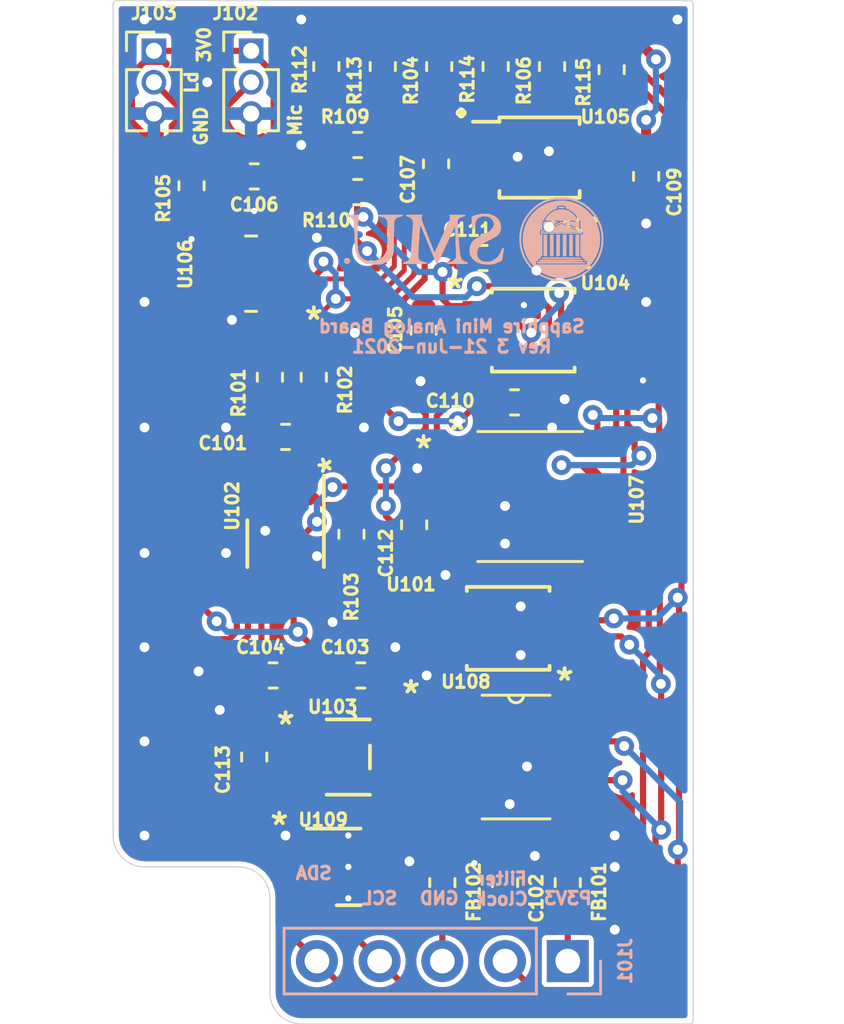
<source format=kicad_pcb>
(kicad_pcb (version 20171130) (host pcbnew "(5.1.6)-1")
  (layers (0 F.Cu signal) (31 B.Cu signal) (34 B.Paste user hide) (35 F.Paste user) (36 B.SilkS user hide) (37 F.SilkS user) (38 B.Mask user hide) (39 F.Mask user) (44 Edge.Cuts user))
  (net 0 "")
  (net 1 "Net-(C101-Pad2)")
  (net 2 "Net-(C101-Pad1)")
  (net 3 GNDA)
  (net 4 +3.3VADC)
  (net 5 +1V5)
  (net 6 "Net-(C107-Pad2)")
  (net 7 "Net-(C107-Pad1)")
  (net 8 /FILTER_CLOCK)
  (net 9 +3V0)
  (net 10 /P3V3)
  (net 11 /PGND)
  (net 12 /I2C_SDA)
  (net 13 /I2C_SCL)
  (net 14 /RgA)
  (net 15 /RgB)
  (net 16 /FILTER_IN)
  (net 17 /FILTER_OUT)
  (net 18 "Net-(R112-Pad1)")
  (net 19 "Net-(R113-Pad2)")
  (net 20 "Net-(R114-Pad2)")
  (net 21 "Net-(R115-Pad2)")
  (net 22 "Net-(J102-Pad2)")
  (net 23 /ANPWR)
  (net 24 /FILT_SHDN)
  (net 25 "Net-(U108-Pad5)")
  (net 26 /MIC_OUT+)
  (net 27 /MIC_OUT-)
  (module SapphineMinimal:INA317IDGKR (layer F.Cu) (at 116.205 115.189 270)
    (fp_text reference U102 (at -1.524 2.159 90) (layer F.SilkS) (effects (font (size 0.508 0.508) (thickness 0.127))))
    (fp_text value INA317IDGKR hide)
    (fp_text user * (at -3.175 -1.905 90) (layer F.SilkS))
    (pad 8 smd oval (at 2.225002 -0.974999) (size 0.449999 1.35) (layers F.Cu F.Paste F.Mask) (net 14 /RgA))
    (pad 7 smd oval (at 2.225002 -0.324998) (size 0.449999 1.35) (layers F.Cu F.Paste F.Mask) (net 9 +3V0))
    (pad 6 smd oval (at 2.225002 0.325001) (size 0.449999 1.35) (layers F.Cu F.Paste F.Mask) (net 16 /FILTER_IN))
    (pad 5 smd oval (at 2.225002 0.975002) (size 0.449999 1.35) (layers F.Cu F.Paste F.Mask) (net 5 +1V5))
    (pad 4 smd oval (at -2.224999 0.975002) (size 0.449999 1.35) (layers F.Cu F.Paste F.Mask) (net 3 GNDA))
    (pad 3 smd oval (at -2.224999 0.325001) (size 0.449999 1.35) (layers F.Cu F.Paste F.Mask) (net 2 "Net-(C101-Pad1)"))
    (pad 2 smd oval (at -2.224999 -0.324998) (size 0.449999 1.35) (layers F.Cu F.Paste F.Mask) (net 1 "Net-(C101-Pad2)"))
    (pad 1 smd oval (at -2.224999 -0.974999) (size 0.449999 1.35) (layers F.Cu F.Paste F.Mask) (net 15 /RgB))
  )
  (module Capacitor_SMD:C_0603_1608Metric (layer F.Cu) (at 114.935 123.825 90)
    (fp_text reference C113 (at -0.508 -1.27 90) (layer F.SilkS) (effects (font (size 0.508 0.508) (thickness 0.127))))
    (fp_text value 1uf)
    (pad 2 smd roundrect (at 0.7875 0 90) (size 0.875 0.95) (layers F.Cu F.Paste F.Mask) (net 3 GNDA))
    (pad 1 smd roundrect (at -0.7875 0 90) (size 0.875 0.95) (layers F.Cu F.Paste F.Mask) (net 23 /ANPWR))
  )
  (module SapphineMinimal:TPS22860DBVR (layer F.Cu) (at 118.745 128.27)
    (fp_text reference U109 (at -1.016 -1.905) (layer F.SilkS) (effects (font (size 0.508 0.508) (thickness 0.127))))
    (fp_text value TPS22860DBVR hide)
    (fp_text user * (at -2.794 -1.651) (layer F.SilkS))
    (pad 6 smd rect (at 1.374999 -0.950001 90) (size 0.599999 1.000001) (layers F.Cu F.Paste F.Mask) (net 25 "Net-(U108-Pad5)"))
    (pad 5 smd rect (at 1.374999 0 90) (size 0.599999 1.000001) (layers F.Cu F.Paste F.Mask) (net 4 +3.3VADC))
    (pad 4 smd rect (at 1.374999 0.949998 90) (size 0.599999 1.000001) (layers F.Cu F.Paste F.Mask) (net 4 +3.3VADC))
    (pad 3 smd rect (at -1.375001 0.949998 90) (size 0.599999 1.000001) (layers F.Cu F.Paste F.Mask))
    (pad 2 smd rect (at -1.375001 0 90) (size 0.599999 1.000001) (layers F.Cu F.Paste F.Mask) (net 3 GNDA))
    (pad 1 smd rect (at -1.375001 -0.950001 90) (size 0.599999 1.000001) (layers F.Cu F.Paste F.Mask) (net 23 /ANPWR))
  )
  (module SapphineMinimal:PCA9536D (layer F.Cu) (at 125.5395 123.825)
    (fp_text reference U108 (at -2.032 -3.048) (layer F.SilkS) (effects (font (size 0.508 0.508) (thickness 0.127))))
    (fp_text value PCA9536D hide)
    (fp_text user * (at -4.2545 -2.54) (layer F.SilkS))
    (fp_text user * (at -4.2545 -2.54) (layer F.SilkS))
    (pad 8 smd rect (at 2.4638 -1.905) (size 1.9812 0.5588) (layers F.Cu F.Paste F.Mask) (net 4 +3.3VADC))
    (pad 7 smd rect (at 2.4638 -0.635) (size 1.9812 0.5588) (layers F.Cu F.Paste F.Mask) (net 12 /I2C_SDA))
    (pad 6 smd rect (at 2.4638 0.635) (size 1.9812 0.5588) (layers F.Cu F.Paste F.Mask) (net 13 /I2C_SCL))
    (pad 5 smd rect (at 2.4638 1.905) (size 1.9812 0.5588) (layers F.Cu F.Paste F.Mask) (net 25 "Net-(U108-Pad5)"))
    (pad 4 smd rect (at -2.4638 1.905) (size 1.9812 0.5588) (layers F.Cu F.Paste F.Mask) (net 3 GNDA))
    (pad 3 smd rect (at -2.4638 0.635) (size 1.9812 0.5588) (layers F.Cu F.Paste F.Mask) (net 24 /FILT_SHDN))
    (pad 2 smd rect (at -2.4638 -0.635) (size 1.9812 0.5588) (layers F.Cu F.Paste F.Mask))
    (pad 1 smd rect (at -2.4638 -1.905) (size 1.9812 0.5588) (layers F.Cu F.Paste F.Mask))
  )
  (module Connector_PinHeader_1.27mm:PinHeader_1x03_P1.27mm_Vertical (layer F.Cu) (at 110.871 95.25)
    (fp_text reference J103 (at 0 -1.524 180) (layer F.SilkS) (effects (font (size 0.508 0.508) (thickness 0.127))))
    (fp_text value Conn_01x03_Male)
    (pad 3 thru_hole oval (at 0 2.54) (size 1 1) (drill 0.65) (layers *.Cu *.Mask) (net 3 GNDA))
    (pad 2 thru_hole oval (at 0 1.27) (size 1 1) (drill 0.65) (layers *.Cu *.Mask) (net 26 /MIC_OUT+))
    (pad 1 thru_hole rect (at 0 0) (size 1 1) (drill 0.65) (layers *.Cu *.Mask) (net 9 +3V0))
  )
  (module Connector_PinHeader_1.27mm:PinHeader_1x03_P1.27mm_Vertical (layer F.Cu) (at 114.808 95.25)
    (fp_text reference J102 (at -0.635 -1.524) (layer F.SilkS) (effects (font (size 0.508 0.508) (thickness 0.127))))
    (fp_text value Conn_01x03_Male)
    (pad 3 thru_hole oval (at 0 2.54) (size 1 1) (drill 0.65) (layers *.Cu *.Mask) (net 3 GNDA))
    (pad 2 thru_hole oval (at 0 1.27) (size 1 1) (drill 0.65) (layers *.Cu *.Mask) (net 22 "Net-(J102-Pad2)"))
    (pad 1 thru_hole rect (at 0 0) (size 1 1) (drill 0.65) (layers *.Cu *.Mask) (net 9 +3V0))
  )
  (module SapphineMinimal:MAX7414CUA&plus_ (layer F.Cu) (at 125.222 118.618 180)
    (fp_text reference U101 (at 3.937 1.778) (layer F.SilkS) (effects (font (size 0.508 0.508) (thickness 0.127))))
    (fp_text value MCP4561T-104E_MS hide)
    (fp_text user * (at -2.286 -2.159) (layer F.SilkS))
    (fp_text user * (at -2.286 -2.159) (layer F.SilkS))
    (pad 8 smd rect (at 2.2098 -0.97536 180) (size 1.3208 0.4064) (layers F.Cu F.Paste F.Mask) (net 4 +3.3VADC))
    (pad 7 smd rect (at 2.2098 -0.32512 180) (size 1.3208 0.4064) (layers F.Cu F.Paste F.Mask))
    (pad 6 smd rect (at 2.2098 0.32512 180) (size 1.3208 0.4064) (layers F.Cu F.Paste F.Mask) (net 14 /RgA))
    (pad 5 smd rect (at 2.2098 0.97536 180) (size 1.3208 0.4064) (layers F.Cu F.Paste F.Mask) (net 15 /RgB))
    (pad 4 smd rect (at -2.2098 0.97536 180) (size 1.3208 0.4064) (layers F.Cu F.Paste F.Mask) (net 3 GNDA))
    (pad 3 smd rect (at -2.2098 0.32512 180) (size 1.3208 0.4064) (layers F.Cu F.Paste F.Mask) (net 12 /I2C_SDA))
    (pad 2 smd rect (at -2.2098 -0.32512 180) (size 1.3208 0.4064) (layers F.Cu F.Paste F.Mask) (net 13 /I2C_SCL))
    (pad 1 smd rect (at -2.2098 -0.97536 180) (size 1.3208 0.4064) (layers F.Cu F.Paste F.Mask) (net 3 GNDA))
  )
  (module Capacitor_SMD:C_0603_1608Metric (layer F.Cu) (at 121.793 106.553 90)
    (fp_text reference C105 (at 0 -1.143 270) (layer F.SilkS) (effects (font (size 0.508 0.508) (thickness 0.127))))
    (fp_text value 0.1uF)
    (pad 2 smd roundrect (at 0.7875 0 90) (size 0.875 0.95) (layers F.Cu F.Paste F.Mask) (net 3 GNDA))
    (pad 1 smd roundrect (at -0.7875 0 90) (size 0.875 0.95) (layers F.Cu F.Paste F.Mask) (net 4 +3.3VADC))
  )
  (module SapphineMinimal:MAX7404ESA-T (layer F.Cu) (at 126.111 113.284)
    (fp_text reference U107 (at 4.318 0.127 90) (layer F.SilkS) (effects (font (size 0.508 0.508) (thickness 0.127))))
    (fp_text value MAX7404ESA-T hide)
    (fp_text user * (at -2.97815 -2.667) (layer F.SilkS))
    (fp_text user * (at -2.921 -2.667) (layer F.SilkS))
    (pad 8 smd rect (at 2.72415 -1.905) (size 1.4605 0.5334) (layers F.Cu F.Paste F.Mask) (net 8 /FILTER_CLOCK))
    (pad 7 smd rect (at 2.72415 -0.635) (size 1.4605 0.5334) (layers F.Cu F.Paste F.Mask) (net 24 /FILT_SHDN))
    (pad 6 smd rect (at 2.72415 0.635) (size 1.4605 0.5334) (layers F.Cu F.Paste F.Mask) (net 5 +1V5))
    (pad 5 smd rect (at 2.72415 1.905) (size 1.4605 0.5334) (layers F.Cu F.Paste F.Mask) (net 17 /FILTER_OUT))
    (pad 4 smd rect (at -2.72415 1.905) (size 1.4605 0.5334) (layers F.Cu F.Paste F.Mask) (net 4 +3.3VADC))
    (pad 3 smd rect (at -2.72415 0.635) (size 1.4605 0.5334) (layers F.Cu F.Paste F.Mask) (net 3 GNDA))
    (pad 2 smd rect (at -2.72415 -0.635) (size 1.4605 0.5334) (layers F.Cu F.Paste F.Mask) (net 16 /FILTER_IN))
    (pad 1 smd rect (at -2.72415 -1.905) (size 1.4605 0.5334) (layers F.Cu F.Paste F.Mask) (net 5 +1V5))
  )
  (module Capacitor_SMD:C_0603_1608Metric (layer F.Cu) (at 121.412 114.427 90)
    (fp_text reference C112 (at -1.143 -1.143 90) (layer F.SilkS) (effects (font (size 0.508 0.508) (thickness 0.127))))
    (fp_text value 0.1uF hide)
    (pad 2 smd roundrect (at 0.7875 0 90) (size 0.875 0.95) (layers F.Cu F.Paste F.Mask) (net 3 GNDA))
    (pad 1 smd roundrect (at -0.7875 0 90) (size 0.875 0.95) (layers F.Cu F.Paste F.Mask) (net 4 +3.3VADC))
  )
  (module Capacitor_SMD:C_0603_1608Metric (layer F.Cu) (at 125.476 109.474)
    (fp_text reference C110 (at -2.6035 -0.0635) (layer F.SilkS) (effects (font (size 0.508 0.508) (thickness 0.127))))
    (fp_text value 0.1uF hide)
    (pad 2 smd roundrect (at 0.7875 0) (size 0.875 0.95) (layers F.Cu F.Paste F.Mask) (net 3 GNDA))
    (pad 1 smd roundrect (at -0.7875 0) (size 0.875 0.95) (layers F.Cu F.Paste F.Mask) (net 5 +1V5))
  )
  (module SapphineMinimal:DAC7571IDBVR (layer F.Cu) (at 114.808 104.267 180)
    (fp_text reference U106 (at 2.667 0.381 90) (layer F.SilkS) (effects (font (size 0.508 0.508) (thickness 0.127))))
    (fp_text value DAC7571IDBVR hide)
    (fp_text user * (at -2.54 -1.905) (layer F.SilkS))
    (fp_text user * (at -2.54 -1.905) (layer F.SilkS))
    (pad 6 smd rect (at 1.1176 -0.950001 180) (size 1.4732 0.5588) (layers F.Cu F.Paste F.Mask) (net 3 GNDA))
    (pad 5 smd rect (at 1.1176 0 180) (size 1.4732 0.5588) (layers F.Cu F.Paste F.Mask) (net 13 /I2C_SCL))
    (pad 4 smd rect (at 1.1176 0.950001 180) (size 1.4732 0.5588) (layers F.Cu F.Paste F.Mask) (net 12 /I2C_SDA))
    (pad 3 smd rect (at -1.1176 0.950001 180) (size 1.4732 0.5588) (layers F.Cu F.Paste F.Mask) (net 9 +3V0))
    (pad 2 smd rect (at -1.1176 0 180) (size 1.4732 0.5588) (layers F.Cu F.Paste F.Mask) (net 3 GNDA))
    (pad 1 smd rect (at -1.1176 -0.950001 180) (size 1.4732 0.5588) (layers F.Cu F.Paste F.Mask) (net 27 /MIC_OUT-))
  )
  (module Resistor_SMD:R_0603_1608Metric (layer F.Cu) (at 127 95.885 270)
    (fp_text reference R106 (at 0.5715 1.143 90) (layer F.SilkS) (effects (font (size 0.508 0.508) (thickness 0.127))))
    (fp_text value 10k)
    (pad 2 smd roundrect (at 0.7875 0 270) (size 0.875 0.95) (layers F.Cu F.Paste F.Mask) (net 12 /I2C_SDA))
    (pad 1 smd roundrect (at -0.7875 0 270) (size 0.875 0.95) (layers F.Cu F.Paste F.Mask) (net 4 +3.3VADC))
  )
  (module Resistor_SMD:R_0603_1608Metric (layer F.Cu) (at 122.428 95.885 270)
    (fp_text reference R104 (at 0.5715 1.143 90) (layer F.SilkS) (effects (font (size 0.508 0.508) (thickness 0.127))))
    (fp_text value 10k)
    (pad 2 smd roundrect (at 0.7875 0 270) (size 0.875 0.95) (layers F.Cu F.Paste F.Mask) (net 13 /I2C_SCL))
    (pad 1 smd roundrect (at -0.7875 0 270) (size 0.875 0.95) (layers F.Cu F.Paste F.Mask) (net 4 +3.3VADC))
  )
  (module Package_SO:TSSOP-10_3x3mm_P0.5mm (layer F.Cu) (at 126.492 99.568)
    (fp_text reference U105 (at 2.667 -1.651) (layer F.SilkS) (effects (font (size 0.508 0.508) (thickness 0.127))))
    (fp_text value ADS1115IDGS)
    (pad 10 smd rect (at 2.15 -1) (size 1.1 0.25) (layers F.Cu F.Paste F.Mask) (net 20 "Net-(R114-Pad2)"))
    (pad 9 smd rect (at 2.15 -0.5) (size 1.1 0.25) (layers F.Cu F.Paste F.Mask) (net 21 "Net-(R115-Pad2)"))
    (pad 8 smd rect (at 2.15 0) (size 1.1 0.25) (layers F.Cu F.Paste F.Mask) (net 4 +3.3VADC))
    (pad 7 smd rect (at 2.15 0.5) (size 1.1 0.25) (layers F.Cu F.Paste F.Mask) (net 26 /MIC_OUT+))
    (pad 6 smd rect (at 2.15 1) (size 1.1 0.25) (layers F.Cu F.Paste F.Mask) (net 27 /MIC_OUT-))
    (pad 5 smd rect (at -2.15 1) (size 1.1 0.25) (layers F.Cu F.Paste F.Mask) (net 6 "Net-(C107-Pad2)"))
    (pad 4 smd rect (at -2.15 0.5) (size 1.1 0.25) (layers F.Cu F.Paste F.Mask) (net 7 "Net-(C107-Pad1)"))
    (pad 3 smd rect (at -2.15 0) (size 1.1 0.25) (layers F.Cu F.Paste F.Mask) (net 3 GNDA))
    (pad 2 smd rect (at -2.15 -0.5) (size 1.1 0.25) (layers F.Cu F.Paste F.Mask) (net 18 "Net-(R112-Pad1)"))
    (pad 1 smd rect (at -2.15 -1) (size 1.1 0.25) (layers F.Cu F.Paste F.Mask) (net 19 "Net-(R113-Pad2)"))
  )
  (module SapphineMinimal:SMU_Logo (layer B.Cu) (at 123.825 102.87 180)
    (fp_text reference G*** hide)
    (fp_text value LOGO hide)
  )
  (module Capacitor_SMD:C_0603_1608Metric (layer F.Cu) (at 114.935 100.33)
    (fp_text reference C106 (at 0 1.143) (layer F.SilkS) (effects (font (size 0.508 0.508) (thickness 0.127))))
    (fp_text value 0.1uf)
    (pad 2 smd roundrect (at 0.7875 0) (size 0.875 0.95) (layers F.Cu F.Paste F.Mask) (net 9 +3V0))
    (pad 1 smd roundrect (at -0.7875 0) (size 0.875 0.95) (layers F.Cu F.Paste F.Mask) (net 3 GNDA))
  )
  (module Resistor_SMD:R_0603_1608Metric (layer F.Cu) (at 129.413 96.012 270)
    (fp_text reference R115 (at 0.508 1.143 90) (layer F.SilkS) (effects (font (size 0.508 0.508) (thickness 0.127))))
    (fp_text value 47.5)
    (pad 2 smd roundrect (at 0.7875 0 270) (size 0.875 0.95) (layers F.Cu F.Paste F.Mask) (net 21 "Net-(R115-Pad2)"))
    (pad 1 smd roundrect (at -0.7875 0 270) (size 0.875 0.95) (layers F.Cu F.Paste F.Mask) (net 12 /I2C_SDA))
  )
  (module Resistor_SMD:R_0603_1608Metric (layer F.Cu) (at 124.714 95.885 270)
    (fp_text reference R114 (at 0.508 1.143 270) (layer F.SilkS) (effects (font (size 0.508 0.508) (thickness 0.127))))
    (fp_text value 47.5)
    (pad 2 smd roundrect (at 0.7875 0 270) (size 0.875 0.95) (layers F.Cu F.Paste F.Mask) (net 20 "Net-(R114-Pad2)"))
    (pad 1 smd roundrect (at -0.7875 0 270) (size 0.875 0.95) (layers F.Cu F.Paste F.Mask) (net 13 /I2C_SCL))
  )
  (module Resistor_SMD:R_0603_1608Metric (layer F.Cu) (at 120.142 95.885 270)
    (fp_text reference R113 (at 0.5715 1.143 270) (layer F.SilkS) (effects (font (size 0.508 0.508) (thickness 0.127))))
    (fp_text value 10K)
    (pad 2 smd roundrect (at 0.7875 0 270) (size 0.875 0.95) (layers F.Cu F.Paste F.Mask) (net 19 "Net-(R113-Pad2)"))
    (pad 1 smd roundrect (at -0.7875 0 270) (size 0.875 0.95) (layers F.Cu F.Paste F.Mask) (net 4 +3.3VADC))
  )
  (module Resistor_SMD:R_0603_1608Metric (layer F.Cu) (at 117.856 95.885 90)
    (fp_text reference R112 (at -0.127 -1.0795 90) (layer F.SilkS) (effects (font (size 0.508 0.508) (thickness 0.127))))
    (fp_text value 10K)
    (pad 2 smd roundrect (at 0.7875 0 90) (size 0.875 0.95) (layers F.Cu F.Paste F.Mask) (net 4 +3.3VADC))
    (pad 1 smd roundrect (at -0.7875 0 90) (size 0.875 0.95) (layers F.Cu F.Paste F.Mask) (net 18 "Net-(R112-Pad1)"))
  )
  (module Resistor_SMD:R_0603_1608Metric (layer F.Cu) (at 119.126 100.965 180)
    (fp_text reference R110 (at 1.27 -1.143) (layer F.SilkS) (effects (font (size 0.508 0.508) (thickness 0.127))))
    (fp_text value 16k)
    (pad 2 smd roundrect (at 0.7875 0 180) (size 0.875 0.95) (layers F.Cu F.Paste F.Mask) (net 17 /FILTER_OUT))
    (pad 1 smd roundrect (at -0.7875 0 180) (size 0.875 0.95) (layers F.Cu F.Paste F.Mask) (net 6 "Net-(C107-Pad2)"))
  )
  (module Resistor_SMD:R_0603_1608Metric (layer F.Cu) (at 119.126 99.06 180)
    (fp_text reference R109 (at 0.508 1.143) (layer F.SilkS) (effects (font (size 0.508 0.508) (thickness 0.127))))
    (fp_text value 16k)
    (pad 2 smd roundrect (at 0.7875 0 180) (size 0.875 0.95) (layers F.Cu F.Paste F.Mask) (net 5 +1V5))
    (pad 1 smd roundrect (at -0.7875 0 180) (size 0.875 0.95) (layers F.Cu F.Paste F.Mask) (net 7 "Net-(C107-Pad1)"))
  )
  (module Resistor_SMD:R_0603_1608Metric (layer F.Cu) (at 112.395 100.711 90)
    (fp_text reference R105 (at -0.508 -1.143 90) (layer F.SilkS) (effects (font (size 0.508 0.508) (thickness 0.127))))
    (fp_text value 820)
    (pad 2 smd roundrect (at 0.7875 0 90) (size 0.875 0.95) (layers F.Cu F.Paste F.Mask) (net 22 "Net-(J102-Pad2)"))
    (pad 1 smd roundrect (at -0.7875 0 90) (size 0.875 0.95) (layers F.Cu F.Paste F.Mask) (net 26 /MIC_OUT+))
  )
  (module Resistor_SMD:R_0603_1608Metric (layer F.Cu) (at 118.872 114.808 90)
    (fp_text reference R103 (at -2.54 0 270) (layer F.SilkS) (effects (font (size 0.508 0.508) (thickness 0.127))))
    (fp_text value 10K)
    (pad 2 smd roundrect (at 0.7875 0 90) (size 0.875 0.95) (layers F.Cu F.Paste F.Mask) (net 15 /RgB))
    (pad 1 smd roundrect (at -0.7875 0 90) (size 0.875 0.95) (layers F.Cu F.Paste F.Mask) (net 14 /RgA))
  )
  (module Resistor_SMD:R_0603_1608Metric (layer F.Cu) (at 117.348 108.458 90)
    (fp_text reference R102 (at -0.508 1.27 270) (layer F.SilkS) (effects (font (size 0.508 0.508) (thickness 0.127))))
    (fp_text value 16k)
    (pad 2 smd roundrect (at 0.7875 0 90) (size 0.875 0.95) (layers F.Cu F.Paste F.Mask) (net 27 /MIC_OUT-))
    (pad 1 smd roundrect (at -0.7875 0 90) (size 0.875 0.95) (layers F.Cu F.Paste F.Mask) (net 1 "Net-(C101-Pad2)"))
  )
  (module Resistor_SMD:R_0603_1608Metric (layer F.Cu) (at 115.57 108.458 90)
    (fp_text reference R101 (at -0.635 -1.27 270) (layer F.SilkS) (effects (font (size 0.508 0.508) (thickness 0.127))))
    (fp_text value 16k)
    (pad 2 smd roundrect (at 0.7875 0 90) (size 0.875 0.95) (layers F.Cu F.Paste F.Mask) (net 26 /MIC_OUT+))
    (pad 1 smd roundrect (at -0.7875 0 90) (size 0.875 0.95) (layers F.Cu F.Paste F.Mask) (net 2 "Net-(C101-Pad1)"))
  )
  (module Resistor_SMD:R_0603_1608Metric (layer F.Cu) (at 122.555 128.905 270)
    (fp_text reference FB102 (at 0.381 -1.27 270) (layer F.SilkS) (effects (font (size 0.508 0.508) (thickness 0.127))))
    (fp_text value "600 ohm")
    (pad 2 smd roundrect (at 0.7875 0 270) (size 0.875 0.95) (layers F.Cu F.Paste F.Mask) (net 11 /PGND))
    (pad 1 smd roundrect (at -0.7875 0 270) (size 0.875 0.95) (layers F.Cu F.Paste F.Mask) (net 3 GNDA))
  )
  (module Resistor_SMD:R_0603_1608Metric (layer F.Cu) (at 127.635 128.905 270)
    (fp_text reference FB101 (at 0.381 -1.27 90) (layer F.SilkS) (effects (font (size 0.508 0.508) (thickness 0.127))))
    (fp_text value "600 ohm")
    (pad 2 smd roundrect (at 0.7875 0 270) (size 0.875 0.95) (layers F.Cu F.Paste F.Mask) (net 10 /P3V3))
    (pad 1 smd roundrect (at -0.7875 0 270) (size 0.875 0.95) (layers F.Cu F.Paste F.Mask) (net 4 +3.3VADC))
  )
  (module Capacitor_SMD:C_0603_1608Metric (layer F.Cu) (at 124.206 103.632)
    (fp_text reference C111 (at -0.635 -1.143) (layer F.SilkS) (effects (font (size 0.508 0.508) (thickness 0.127))))
    (fp_text value 0.1uF)
    (pad 2 smd roundrect (at 0.7875 0) (size 0.875 0.95) (layers F.Cu F.Paste F.Mask) (net 3 GNDA))
    (pad 1 smd roundrect (at -0.7875 0) (size 0.875 0.95) (layers F.Cu F.Paste F.Mask) (net 5 +1V5))
  )
  (module Capacitor_SMD:C_0603_1608Metric (layer F.Cu) (at 130.81 100.33 270)
    (fp_text reference C109 (at 0.635 -1.143 90) (layer F.SilkS) (effects (font (size 0.508 0.508) (thickness 0.127))))
    (fp_text value 0.1uf)
    (pad 2 smd roundrect (at 0.7875 0 270) (size 0.875 0.95) (layers F.Cu F.Paste F.Mask) (net 3 GNDA))
    (pad 1 smd roundrect (at -0.7875 0 270) (size 0.875 0.95) (layers F.Cu F.Paste F.Mask) (net 4 +3.3VADC))
  )
  (module Capacitor_SMD:C_0603_1608Metric (layer F.Cu) (at 128.397 103.505 180)
    (fp_text reference C108 (at 0.508 1.2065) (layer F.SilkS) (effects (font (size 0.508 0.508) (thickness 0.127))))
    (fp_text value 1nF)
    (pad 2 smd roundrect (at 0.7875 0 180) (size 0.875 0.95) (layers F.Cu F.Paste F.Mask) (net 3 GNDA))
    (pad 1 smd roundrect (at -0.7875 0 180) (size 0.875 0.95) (layers F.Cu F.Paste F.Mask) (net 8 /FILTER_CLOCK))
  )
  (module Capacitor_SMD:C_0603_1608Metric (layer F.Cu) (at 122.301 99.822 270)
    (fp_text reference C107 (at 0.635 1.143 270) (layer F.SilkS) (effects (font (size 0.508 0.508) (thickness 0.127))))
    (fp_text value 0.1uF)
    (pad 2 smd roundrect (at 0.7875 0 270) (size 0.875 0.95) (layers F.Cu F.Paste F.Mask) (net 6 "Net-(C107-Pad2)"))
    (pad 1 smd roundrect (at -0.7875 0 270) (size 0.875 0.95) (layers F.Cu F.Paste F.Mask) (net 7 "Net-(C107-Pad1)"))
  )
  (module Capacitor_SMD:C_0603_1608Metric (layer F.Cu) (at 115.697 120.523)
    (fp_text reference C104 (at -0.508 -1.143) (layer F.SilkS) (effects (font (size 0.508 0.508) (thickness 0.127))))
    (fp_text value 0.1uf)
    (pad 2 smd roundrect (at 0.7875 0) (size 0.875 0.95) (layers F.Cu F.Paste F.Mask) (net 5 +1V5))
    (pad 1 smd roundrect (at -0.7875 0) (size 0.875 0.95) (layers F.Cu F.Paste F.Mask) (net 3 GNDA))
  )
  (module Capacitor_SMD:C_0603_1608Metric (layer F.Cu) (at 119.253 120.523)
    (fp_text reference C103 (at -0.635 -1.143) (layer F.SilkS) (effects (font (size 0.508 0.508) (thickness 0.127))))
    (fp_text value 0.1uf)
    (pad 2 smd roundrect (at 0.7875 0) (size 0.875 0.95) (layers F.Cu F.Paste F.Mask) (net 3 GNDA))
    (pad 1 smd roundrect (at -0.7875 0) (size 0.875 0.95) (layers F.Cu F.Paste F.Mask) (net 9 +3V0))
  )
  (module Capacitor_SMD:C_0603_1608Metric (layer F.Cu) (at 125.095 128.905 90)
    (fp_text reference C102 (at -0.635 1.27 90) (layer F.SilkS) (effects (font (size 0.508 0.508) (thickness 0.127))))
    (fp_text value 1uf)
    (pad 2 smd roundrect (at 0.7875 0 90) (size 0.875 0.95) (layers F.Cu F.Paste F.Mask) (net 3 GNDA))
    (pad 1 smd roundrect (at -0.7875 0 90) (size 0.875 0.95) (layers F.Cu F.Paste F.Mask) (net 4 +3.3VADC))
  )
  (module Capacitor_SMD:C_0603_1608Metric (layer F.Cu) (at 116.205 110.871)
    (fp_text reference C101 (at -2.54 0.254) (layer F.SilkS) (effects (font (size 0.508 0.508) (thickness 0.127))))
    (fp_text value 0.1uF)
    (pad 2 smd roundrect (at 0.7875 0) (size 0.875 0.95) (layers F.Cu F.Paste F.Mask) (net 1 "Net-(C101-Pad2)"))
    (pad 1 smd roundrect (at -0.7875 0) (size 0.875 0.95) (layers F.Cu F.Paste F.Mask) (net 2 "Net-(C101-Pad1)"))
  )
  (module Connector_PinHeader_2.54mm:PinHeader_1x05_P2.54mm_Vertical (layer B.Cu) (at 127.635 132.08 90)
    (fp_text reference J101 (at 0 2.33 -90) (layer B.SilkS) (effects (font (size 0.508 0.508) (thickness 0.127)) (justify mirror)))
    (fp_text value Conn_01x05_Male hide)
    (pad 5 thru_hole oval (at 0 -10.16 90) (size 1.7 1.7) (drill 1) (layers *.Cu *.Mask) (net 12 /I2C_SDA))
    (pad 4 thru_hole oval (at 0 -7.62 90) (size 1.7 1.7) (drill 1) (layers *.Cu *.Mask) (net 13 /I2C_SCL))
    (pad 3 thru_hole oval (at 0 -5.08 90) (size 1.7 1.7) (drill 1) (layers *.Cu *.Mask) (net 11 /PGND))
    (pad 2 thru_hole oval (at 0 -2.54 90) (size 1.7 1.7) (drill 1) (layers *.Cu *.Mask) (net 8 /FILTER_CLOCK))
    (pad 1 thru_hole rect (at 0 0 90) (size 1.7 1.7) (drill 1) (layers *.Cu *.Mask) (net 10 /P3V3))
  )
  (module SapphineMinimal:MAX7414CUA&plus_ (layer F.Cu) (at 126.238 106.553)
    (fp_text reference U104 (at 2.921 -1.905) (layer F.SilkS) (effects (font (size 0.508 0.508) (thickness 0.127))))
    (fp_text value MAX7414CUA+ hide)
    (fp_text user * (at -3.175 -1.651) (layer F.SilkS))
    (pad 8 smd rect (at 2.2098 -0.97536) (size 1.3208 0.4064) (layers F.Cu F.Paste F.Mask) (net 8 /FILTER_CLOCK))
    (pad 7 smd rect (at 2.2098 -0.32512) (size 1.3208 0.4064) (layers F.Cu F.Paste F.Mask) (net 24 /FILT_SHDN))
    (pad 6 smd rect (at 2.2098 0.32512) (size 1.3208 0.4064) (layers F.Cu F.Paste F.Mask) (net 5 +1V5))
    (pad 5 smd rect (at 2.2098 0.97536) (size 1.3208 0.4064) (layers F.Cu F.Paste F.Mask) (net 17 /FILTER_OUT))
    (pad 4 smd rect (at -2.2098 0.97536) (size 1.3208 0.4064) (layers F.Cu F.Paste F.Mask) (net 4 +3.3VADC))
    (pad 3 smd rect (at -2.2098 0.32512) (size 1.3208 0.4064) (layers F.Cu F.Paste F.Mask) (net 3 GNDA))
    (pad 2 smd rect (at -2.2098 -0.32512) (size 1.3208 0.4064) (layers F.Cu F.Paste F.Mask) (net 16 /FILTER_IN))
    (pad 1 smd rect (at -2.2098 -0.97536) (size 1.3208 0.4064) (layers F.Cu F.Paste F.Mask) (net 5 +1V5))
  )
  (module SapphineMinimal:REF2030AIDDCR (layer F.Cu) (at 118.745 123.825)
    (fp_text reference U103 (at -0.635 -2.032 180) (layer F.SilkS) (effects (font (size 0.508 0.508) (thickness 0.127))))
    (fp_text value REF2030AIDDCR hide)
    (fp_text user * (at -2.54 -1.27) (layer F.SilkS))
    (pad 5 smd rect (at 1.1684 -0.950001) (size 1.5748 0.5588) (layers F.Cu F.Paste F.Mask) (net 9 +3V0))
    (pad 4 smd rect (at 1.1684 0.950001) (size 1.5748 0.5588) (layers F.Cu F.Paste F.Mask) (net 23 /ANPWR))
    (pad 3 smd rect (at -1.1684 0.950001) (size 1.5748 0.5588) (layers F.Cu F.Paste F.Mask) (net 23 /ANPWR))
    (pad 2 smd rect (at -1.1684 0) (size 1.5748 0.5588) (layers F.Cu F.Paste F.Mask) (net 3 GNDA))
    (pad 1 smd rect (at -1.1684 -0.950001) (size 1.5748 0.5588) (layers F.Cu F.Paste F.Mask) (net 5 +1V5))
  )
  (gr_text * (at 121.793 111.379) (layer F.SilkS) (effects (font (size 1 1))))
  (gr_text "Ld\n" (at 112.395 96.52 90) (layer F.SilkS) (effects (font (size 0.508 0.508) (thickness 0.127))))
  (gr_text 3V0 (at 112.903 94.996 90) (layer F.SilkS) (effects (font (size 0.508 0.508) (thickness 0.127))))
  (gr_text Mic (at 116.586 98.044 90) (layer F.SilkS) (effects (font (size 0.508 0.508) (thickness 0.127))))
  (gr_arc (start 109.347 93.345) (end 109.347 93.218) (angle -90) (layer Edge.Cuts) (width 0.05))
  (gr_arc (start 132.588 93.345) (end 132.715 93.345) (angle -90) (layer Edge.Cuts) (width 0.05))
  (gr_arc (start 132.588 134.493) (end 132.588 134.62) (angle -90) (layer Edge.Cuts) (width 0.05))
  (gr_text SDA (at 117.348 128.524) (layer B.SilkS) (effects (font (size 0.508 0.508) (thickness 0.127)) (justify mirror)))
  (gr_text SCL (at 120.015 129.54) (layer B.SilkS) (effects (font (size 0.508 0.508) (thickness 0.127)) (justify mirror)))
  (gr_text GND (at 122.428 129.54) (layer B.SilkS) (effects (font (size 0.508 0.508) (thickness 0.127)) (justify mirror)))
  (gr_text "Filter\nClock" (at 124.968 129.159) (layer B.SilkS) (effects (font (size 0.508 0.508) (thickness 0.127)) (justify mirror)))
  (gr_text P3V3 (at 127.635 129.54) (layer B.SilkS) (effects (font (size 0.508 0.508) (thickness 0.127)) (justify mirror)))
  (gr_text GND (at 112.776 98.298 90) (layer F.SilkS) (effects (font (size 0.508 0.508) (thickness 0.127))))
  (gr_text . (at 123.317 97.155) (layer F.SilkS) (effects (font (size 1.5 1.5) (thickness 0.3))))
  (gr_line (start 115.57 129.54) (end 115.57 133.35) (layer Edge.Cuts) (width 0.05))
  (gr_line (start 110.49 128.27) (end 114.3 128.27) (layer Edge.Cuts) (width 0.05))
  (gr_arc (start 114.3 129.54) (end 115.57 129.54) (angle -90) (layer Edge.Cuts) (width 0.05))
  (gr_arc (start 110.49 127) (end 109.22 127) (angle -90) (layer Edge.Cuts) (width 0.05))
  (gr_arc (start 116.84 133.35) (end 115.57 133.35) (angle -90) (layer Edge.Cuts) (width 0.05))
  (gr_text "Sapphire Mini Analog Board\nRev 3 21-Jun-2021" (at 122.936 106.807) (layer B.SilkS) (effects (font (size 0.508 0.508) (thickness 0.127)) (justify mirror)))
  (gr_line (start 109.22 93.345) (end 109.22 100.965) (layer Edge.Cuts) (width 0.05))
  (gr_line (start 132.715 100.965) (end 132.715 93.345) (layer Edge.Cuts) (width 0.05))
  (gr_line (start 109.347 93.218) (end 132.588 93.218) (layer Edge.Cuts) (width 0.05))
  (gr_line (start 116.84 134.62) (end 132.588 134.62) (layer Edge.Cuts) (width 0.05))
  (gr_line (start 109.22 127) (end 109.22 100.965) (layer Edge.Cuts) (width 0.05))
  (gr_line (start 132.715 134.493) (end 132.715 100.965) (layer Edge.Cuts) (width 0.05))
  (segment (start 116.529998 111.333502) (end 116.9925 110.871) (width 0.25) (layer F.Cu) (net 1))
  (segment (start 116.529998 112.964001) (end 116.529998 111.333502) (width 0.25) (layer F.Cu) (net 1))
  (segment (start 116.9925 109.601) (end 117.348 109.2455) (width 0.25) (layer F.Cu) (net 1))
  (segment (start 116.9925 110.871) (end 116.9925 109.601) (width 0.25) (layer F.Cu) (net 1))
  (segment (start 115.879999 111.333499) (end 115.4175 110.871) (width 0.25) (layer F.Cu) (net 2))
  (segment (start 115.879999 112.964001) (end 115.879999 111.333499) (width 0.25) (layer F.Cu) (net 2))
  (segment (start 115.4175 109.398) (end 115.57 109.2455) (width 0.25) (layer F.Cu) (net 2))
  (segment (start 115.4175 110.871) (end 115.4175 109.398) (width 0.25) (layer F.Cu) (net 2))
  (segment (start 122.555 128.1175) (end 123.8505 128.1175) (width 0.25) (layer F.Cu) (net 3))
  (segment (start 114.935 120.5485) (end 114.9095 120.523) (width 0.25) (layer F.Cu) (net 3))
  (segment (start 114.935 123.0375) (end 114.935 120.5485) (width 0.25) (layer F.Cu) (net 3))
  (segment (start 115.7225 123.825) (end 117.5766 123.825) (width 0.25) (layer F.Cu) (net 3))
  (segment (start 114.935 123.0375) (end 115.7225 123.825) (width 0.25) (layer F.Cu) (net 3))
  (segment (start 120.0405 120.523) (end 120.0405 119.9895) (width 0.25) (layer F.Cu) (net 3))
  (via (at 120.65 119.38) (size 0.8) (drill 0.4) (layers F.Cu B.Cu) (net 3))
  (segment (start 120.0405 119.9895) (end 120.65 119.38) (width 0.25) (layer F.Cu) (net 3))
  (segment (start 123.1178 106.87812) (end 122.00518 105.7655) (width 0.25) (layer F.Cu) (net 3))
  (segment (start 122.00518 105.7655) (end 121.793 105.7655) (width 0.25) (layer F.Cu) (net 3))
  (segment (start 124.0282 106.87812) (end 123.1178 106.87812) (width 0.25) (layer F.Cu) (net 3))
  (via (at 125.095 113.665) (size 0.8) (drill 0.4) (layers F.Cu B.Cu) (net 3))
  (segment (start 123.38685 113.919) (end 124.841 113.919) (width 0.25) (layer F.Cu) (net 3))
  (segment (start 124.841 113.919) (end 125.095 113.665) (width 0.25) (layer F.Cu) (net 3))
  (segment (start 123.10735 113.6395) (end 123.38685 113.919) (width 0.25) (layer F.Cu) (net 3))
  (segment (start 121.412 113.6395) (end 123.10735 113.6395) (width 0.25) (layer F.Cu) (net 3))
  (via (at 121.220009 128.045009) (size 0.8) (drill 0.4) (layers F.Cu B.Cu) (net 3))
  (via (at 114.033259 106.135542) (size 0.8) (drill 0.4) (layers F.Cu B.Cu) (net 3))
  (segment (start 113.6904 105.217001) (end 113.6904 105.792683) (width 0.25) (layer F.Cu) (net 3))
  (segment (start 113.6904 105.792683) (end 114.033259 106.135542) (width 0.25) (layer F.Cu) (net 3))
  (segment (start 125.575305 99.568) (end 125.604988 99.538317) (width 0.25) (layer F.Cu) (net 3))
  (segment (start 124.342 99.568) (end 125.575305 99.568) (width 0.25) (layer F.Cu) (net 3))
  (via (at 125.604988 99.538317) (size 0.8) (drill 0.4) (layers F.Cu B.Cu) (net 3))
  (segment (start 114.341401 105.217001) (end 113.6904 105.217001) (width 0.25) (layer F.Cu) (net 3))
  (segment (start 115.9256 104.267) (end 115.291402 104.267) (width 0.25) (layer F.Cu) (net 3))
  (via (at 130.81 102.235) (size 0.8) (drill 0.4) (layers F.Cu B.Cu) (net 3))
  (segment (start 130.81 101.1175) (end 130.81 102.235) (width 0.25) (layer F.Cu) (net 3))
  (via (at 116.205 127) (size 0.8) (drill 0.4) (layers F.Cu B.Cu) (net 3))
  (segment (start 116.935001 128.27) (end 116.205 127.539999) (width 0.25) (layer F.Cu) (net 3))
  (segment (start 116.205 127.539999) (end 116.205 127) (width 0.25) (layer F.Cu) (net 3))
  (segment (start 117.369999 128.27) (end 116.935001 128.27) (width 0.25) (layer F.Cu) (net 3))
  (segment (start 114.808 99.6695) (end 114.1475 100.33) (width 0.25) (layer F.Cu) (net 3))
  (segment (start 114.808 97.79) (end 114.808 99.6695) (width 0.25) (layer F.Cu) (net 3))
  (via (at 121.67315 108.614974) (size 0.8) (drill 0.4) (layers F.Cu B.Cu) (net 3))
  (segment (start 114.344385 119.957885) (end 113.080332 119.957885) (width 0.25) (layer F.Cu) (net 3))
  (via (at 112.680333 120.357884) (size 0.8) (drill 0.4) (layers F.Cu B.Cu) (net 3))
  (segment (start 114.9095 120.523) (end 114.344385 119.957885) (width 0.25) (layer F.Cu) (net 3))
  (segment (start 113.080332 119.957885) (end 112.680333 120.357884) (width 0.25) (layer F.Cu) (net 3))
  (via (at 125.73 117.729) (size 0.8) (drill 0.4) (layers F.Cu B.Cu) (net 3))
  (segment (start 127.4318 117.64264) (end 125.81636 117.64264) (width 0.25) (layer F.Cu) (net 3))
  (segment (start 125.81636 117.64264) (end 125.73 117.729) (width 0.25) (layer F.Cu) (net 3))
  (via (at 125.73 119.6975) (size 0.8) (drill 0.4) (layers F.Cu B.Cu) (net 3))
  (segment (start 127.4318 119.59336) (end 125.83414 119.59336) (width 0.25) (layer F.Cu) (net 3))
  (segment (start 125.83414 119.59336) (end 125.73 119.6975) (width 0.25) (layer F.Cu) (net 3))
  (via (at 115.38 114.66879) (size 0.8) (drill 0.4) (layers F.Cu B.Cu) (net 3))
  (segment (start 115.229998 114.518788) (end 115.38 114.66879) (width 0.25) (layer F.Cu) (net 3))
  (segment (start 115.229998 112.964001) (end 115.229998 114.518788) (width 0.25) (layer F.Cu) (net 3))
  (via (at 125.2855 125.73) (size 0.8) (drill 0.4) (layers F.Cu B.Cu) (net 3))
  (segment (start 123.9012 125.73) (end 125.2855 125.73) (width 0.25) (layer F.Cu) (net 3))
  (segment (start 127.6095 103.03) (end 126.822183 102.242683) (width 0.25) (layer F.Cu) (net 3))
  (segment (start 127.6095 103.505) (end 127.6095 103.03) (width 0.25) (layer F.Cu) (net 3))
  (via (at 113.03 96.52) (size 0.8) (drill 0.4) (layers F.Cu B.Cu) (net 3))
  (via (at 110.49 105.41) (size 0.8) (drill 0.4) (layers F.Cu B.Cu) (net 3))
  (via (at 110.49 110.49) (size 0.8) (drill 0.4) (layers F.Cu B.Cu) (net 3))
  (via (at 110.49 115.57) (size 0.8) (drill 0.4) (layers F.Cu B.Cu) (net 3))
  (via (at 110.49 119.38) (size 0.8) (drill 0.4) (layers F.Cu B.Cu) (net 3))
  (via (at 110.49 123.19) (size 0.8) (drill 0.4) (layers F.Cu B.Cu) (net 3))
  (via (at 110.49 127) (size 0.8) (drill 0.4) (layers F.Cu B.Cu) (net 3))
  (via (at 119.38 110.49) (size 0.8) (drill 0.4) (layers F.Cu B.Cu) (net 3))
  (via (at 129.54 128.27) (size 0.8) (drill 0.4) (layers F.Cu B.Cu) (net 3))
  (via (at 116.84 99.06) (size 0.8) (drill 0.4) (layers F.Cu B.Cu) (net 3))
  (via (at 116.84 93.98) (size 0.8) (drill 0.4) (layers F.Cu B.Cu) (net 3))
  (via (at 110.49 93.98) (size 0.8) (drill 0.4) (layers F.Cu B.Cu) (net 3))
  (via (at 132.08 93.98) (size 0.8) (drill 0.4) (layers F.Cu B.Cu) (net 3))
  (via (at 130.81 105.41) (size 0.8) (drill 0.4) (layers F.Cu B.Cu) (net 3))
  (via (at 127 110.49) (size 0.8) (drill 0.4) (layers F.Cu B.Cu) (net 3))
  (via (at 129.54 127) (size 0.8) (drill 0.4) (layers F.Cu B.Cu) (net 3))
  (via (at 129.54 130.81) (size 0.8) (drill 0.4) (layers F.Cu B.Cu) (net 3))
  (via (at 113.792 115.57) (size 0.8) (drill 0.4) (layers F.Cu B.Cu) (net 3))
  (via (at 113.792 110.49) (size 0.8) (drill 0.4) (layers F.Cu B.Cu) (net 3))
  (via (at 118.11 118.364) (size 0.8) (drill 0.4) (layers F.Cu B.Cu) (net 3))
  (via (at 113.538 121.92) (size 0.8) (drill 0.4) (layers F.Cu B.Cu) (net 3))
  (via (at 125.984 124.206) (size 0.8) (drill 0.4) (layers F.Cu B.Cu) (net 3))
  (via (at 125.095 115.189) (size 0.8) (drill 0.4) (layers F.Cu B.Cu) (net 3))
  (via (at 126.365 104.14) (size 0.8) (drill 0.4) (layers F.Cu B.Cu) (net 3))
  (via (at 126.873 99.314) (size 0.8) (drill 0.4) (layers F.Cu B.Cu) (net 3))
  (via (at 126.30207 127.82607) (size 0.8) (drill 0.4) (layers F.Cu B.Cu) (net 3))
  (via (at 122.682 116.459) (size 0.8) (drill 0.4) (layers F.Cu B.Cu) (net 3))
  (via (at 121.92 120.523) (size 0.8) (drill 0.4) (layers F.Cu B.Cu) (net 3))
  (via (at 117.475 115.697) (size 0.8) (drill 0.4) (layers F.Cu B.Cu) (net 3))
  (via (at 121.539 112.141) (size 0.8) (drill 0.4) (layers F.Cu B.Cu) (net 3))
  (segment (start 125.432866 103.632) (end 126.822183 102.242683) (width 0.25) (layer F.Cu) (net 3))
  (via (at 126.873861 102.371868) (size 0.8) (drill 0.4) (layers F.Cu B.Cu) (net 3))
  (segment (start 126.822183 102.242683) (end 126.873861 102.294361) (width 0.25) (layer F.Cu) (net 3))
  (segment (start 124.9935 103.632) (end 125.432866 103.632) (width 0.25) (layer F.Cu) (net 3))
  (segment (start 126.873861 102.294361) (end 126.873861 102.371868) (width 0.25) (layer F.Cu) (net 3))
  (segment (start 121.793 105.7655) (end 123.027659 107.000159) (width 0.25) (layer F.Cu) (net 3))
  (segment (start 123.027659 107.000159) (end 124.948601 107.000159) (width 0.25) (layer F.Cu) (net 3))
  (segment (start 124.948601 108.056561) (end 122.797248 108.056561) (width 0.25) (layer F.Cu) (net 3))
  (segment (start 125.013601 107.065159) (end 125.013601 107.991561) (width 0.25) (layer F.Cu) (net 3))
  (segment (start 124.948601 107.000159) (end 125.013601 107.065159) (width 0.25) (layer F.Cu) (net 3))
  (segment (start 125.013601 107.991561) (end 124.948601 108.056561) (width 0.25) (layer F.Cu) (net 3))
  (segment (start 122.797248 108.056561) (end 122.238835 108.614974) (width 0.25) (layer F.Cu) (net 3))
  (segment (start 122.238835 108.614974) (end 121.67315 108.614974) (width 0.25) (layer F.Cu) (net 3))
  (segment (start 121.411844 104.299343) (end 119.049291 106.661896) (width 0.2032) (layer F.Cu) (net 3))
  (via (at 117.470628 102.811753) (size 0.8) (drill 0.4) (layers F.Cu B.Cu) (net 3))
  (segment (start 117.039455 103.242926) (end 117.470628 102.811753) (width 0.2032) (layer F.Cu) (net 3))
  (segment (start 115.9256 104.267) (end 116.8654 104.267) (width 0.2032) (layer F.Cu) (net 3))
  (segment (start 117.039455 104.092945) (end 117.039455 103.242926) (width 0.2032) (layer F.Cu) (net 3))
  (via (at 119.009641 106.661896) (size 0.8) (drill 0.4) (layers F.Cu B.Cu) (net 3))
  (segment (start 121.411844 102.743156) (end 121.411844 104.299343) (width 0.2032) (layer F.Cu) (net 3))
  (segment (start 116.8654 104.267) (end 117.039455 104.092945) (width 0.2032) (layer F.Cu) (net 3))
  (segment (start 119.049291 106.661896) (end 119.009641 106.661896) (width 0.2032) (layer F.Cu) (net 3))
  (segment (start 121.539 102.616) (end 121.411844 102.743156) (width 0.2032) (layer F.Cu) (net 3))
  (segment (start 120.208611 103.800951) (end 119.931558 104.078004) (width 0.2032) (layer F.Cu) (net 3))
  (segment (start 120.208611 102.244764) (end 120.208611 103.800951) (width 0.2032) (layer F.Cu) (net 3))
  (segment (start 117.964948 102.811753) (end 117.470628 102.811753) (width 0.2032) (layer F.Cu) (net 3))
  (segment (start 121.104765 101.34861) (end 120.208611 102.244764) (width 0.2032) (layer F.Cu) (net 3))
  (segment (start 119.231199 104.078004) (end 117.964948 102.811753) (width 0.2032) (layer F.Cu) (net 3))
  (segment (start 119.931558 104.078004) (end 119.231199 104.078004) (width 0.2032) (layer F.Cu) (net 3))
  (segment (start 124.779272 101.34861) (end 121.104765 101.34861) (width 0.2032) (layer F.Cu) (net 3))
  (segment (start 125.603 100.524882) (end 124.779272 101.34861) (width 0.2032) (layer F.Cu) (net 3))
  (via (at 112.395 102.87) (size 0.381) (drill 0.254) (layers F.Cu B.Cu) (net 3))
  (via (at 125.857 105.537) (size 0.381) (drill 0.254) (layers F.Cu B.Cu) (net 3))
  (segment (start 127.381 109.474) (end 127.508 109.347) (width 0.25) (layer F.Cu) (net 3))
  (segment (start 126.2635 109.474) (end 127.381 109.474) (width 0.25) (layer F.Cu) (net 3))
  (via (at 127.508 109.347) (size 0.8) (drill 0.4) (layers F.Cu B.Cu) (net 3))
  (via (at 130.683 108.585) (size 0.381) (drill 0.254) (layers F.Cu B.Cu) (net 3))
  (via (at 114.935 101.727) (size 0.381) (drill 0.254) (layers F.Cu B.Cu) (net 3))
  (segment (start 123.8505 128.1175) (end 125.095 128.1175) (width 0.25) (layer F.Cu) (net 3))
  (via (at 123.8505 128.1175) (size 0.381) (drill 0.254) (layers F.Cu B.Cu) (net 3))
  (via (at 118.745 127) (size 0.381) (drill 0.254) (layers F.Cu B.Cu) (net 3))
  (via (at 118.745 128.27) (size 0.381) (drill 0.254) (layers F.Cu B.Cu) (net 3))
  (via (at 118.745 129.54) (size 0.381) (drill 0.254) (layers F.Cu B.Cu) (net 3))
  (segment (start 122.555 128.1175) (end 125.095 128.1175) (width 0.4064) (layer F.Cu) (net 3))
  (segment (start 122.482509 128.045009) (end 122.555 128.1175) (width 0.4064) (layer F.Cu) (net 3))
  (segment (start 121.220009 128.045009) (end 122.482509 128.045009) (width 0.4064) (layer F.Cu) (net 3))
  (segment (start 126.01064 128.1175) (end 126.30207 127.82607) (width 0.4064) (layer F.Cu) (net 3))
  (segment (start 125.095 128.1175) (end 126.01064 128.1175) (width 0.4064) (layer F.Cu) (net 3))
  (segment (start 120.119999 128.27) (end 120.119999 129.219998) (width 0.25) (layer F.Cu) (net 4))
  (segment (start 120.410007 128.92999) (end 124.33249 128.92999) (width 0.25) (layer F.Cu) (net 4))
  (segment (start 124.33249 128.92999) (end 125.095 129.6925) (width 0.25) (layer F.Cu) (net 4))
  (segment (start 120.119999 129.219998) (end 120.410007 128.92999) (width 0.25) (layer F.Cu) (net 4))
  (via (at 120.269 112.141) (size 0.8) (drill 0.4) (layers F.Cu B.Cu) (net 4))
  (via (at 120.269 113.665) (size 0.8) (drill 0.4) (layers F.Cu B.Cu) (net 4))
  (segment (start 120.269 112.141) (end 120.269 113.665) (width 0.25) (layer B.Cu) (net 4))
  (segment (start 120.269 114.0715) (end 121.412 115.2145) (width 0.25) (layer F.Cu) (net 4))
  (segment (start 120.269 113.665) (end 120.269 114.0715) (width 0.25) (layer F.Cu) (net 4))
  (segment (start 123.997601 119.406321) (end 123.810562 119.59336) (width 0.25) (layer F.Cu) (net 4))
  (segment (start 123.810562 119.59336) (end 123.0122 119.59336) (width 0.25) (layer F.Cu) (net 4))
  (segment (start 123.997601 115.799751) (end 123.997601 119.406321) (width 0.25) (layer F.Cu) (net 4))
  (segment (start 123.38685 115.189) (end 123.997601 115.799751) (width 0.25) (layer F.Cu) (net 4))
  (segment (start 119.294998 128.194999) (end 119.294998 126.759999) (width 0.25) (layer F.Cu) (net 4))
  (segment (start 119.369999 128.27) (end 119.294998 128.194999) (width 0.25) (layer F.Cu) (net 4))
  (segment (start 120.119999 128.27) (end 119.369999 128.27) (width 0.25) (layer F.Cu) (net 4))
  (segment (start 124.326301 125.125599) (end 121.825099 125.125599) (width 0.25) (layer F.Cu) (net 4))
  (segment (start 128.0033 121.92) (end 126.7627 121.92) (width 0.25) (layer F.Cu) (net 4))
  (segment (start 121.825099 125.125599) (end 120.970449 125.980249) (width 0.25) (layer F.Cu) (net 4))
  (segment (start 120.074748 125.980249) (end 119.294998 126.759999) (width 0.25) (layer F.Cu) (net 4))
  (segment (start 124.391301 125.060599) (end 124.326301 125.125599) (width 0.25) (layer F.Cu) (net 4))
  (segment (start 126.7627 121.92) (end 124.391301 124.291399) (width 0.25) (layer F.Cu) (net 4))
  (segment (start 120.970449 125.980249) (end 120.074748 125.980249) (width 0.25) (layer F.Cu) (net 4))
  (segment (start 124.391301 124.291399) (end 124.391301 125.060599) (width 0.25) (layer F.Cu) (net 4))
  (segment (start 122.428 95.0975) (end 117.856 95.0975) (width 0.25) (layer F.Cu) (net 4))
  (via (at 131.206262 95.592845) (size 0.8) (drill 0.4) (layers F.Cu B.Cu) (net 4))
  (segment (start 131.206262 97.647738) (end 130.81 98.044) (width 0.25) (layer B.Cu) (net 4))
  (via (at 130.81 98.044) (size 0.8) (drill 0.4) (layers F.Cu B.Cu) (net 4))
  (segment (start 131.206262 95.592845) (end 131.206262 97.647738) (width 0.25) (layer B.Cu) (net 4))
  (segment (start 121.881588 109.950086) (end 121.881588 110.528412) (width 0.25) (layer F.Cu) (net 4))
  (segment (start 121.793 107.3405) (end 120.934501 108.198999) (width 0.25) (layer F.Cu) (net 4))
  (segment (start 120.934501 109.002999) (end 121.881588 109.950086) (width 0.25) (layer F.Cu) (net 4))
  (segment (start 121.881588 110.528412) (end 120.269 112.141) (width 0.25) (layer F.Cu) (net 4))
  (segment (start 120.934501 108.198999) (end 120.934501 109.002999) (width 0.25) (layer F.Cu) (net 4))
  (segment (start 121.629001 119.797999) (end 121.83364 119.59336) (width 0.25) (layer F.Cu) (net 4))
  (segment (start 121.83364 119.59336) (end 123.0122 119.59336) (width 0.25) (layer F.Cu) (net 4))
  (segment (start 121.571999 119.797999) (end 121.629001 119.797999) (width 0.25) (layer F.Cu) (net 4))
  (segment (start 121.194999 120.174999) (end 121.571999 119.797999) (width 0.25) (layer F.Cu) (net 4))
  (segment (start 121.194999 120.232001) (end 121.194999 120.174999) (width 0.25) (layer F.Cu) (net 4))
  (segment (start 120.675595 125.379402) (end 120.960801 125.379402) (width 0.25) (layer F.Cu) (net 4))
  (segment (start 119.294998 126.759999) (end 120.675595 125.379402) (width 0.25) (layer F.Cu) (net 4))
  (segment (start 121.025801 120.401199) (end 121.194999 120.232001) (width 0.25) (layer F.Cu) (net 4))
  (segment (start 120.960801 125.379402) (end 121.025801 125.314402) (width 0.25) (layer F.Cu) (net 4))
  (segment (start 121.025801 125.314402) (end 121.025801 120.401199) (width 0.25) (layer F.Cu) (net 4))
  (segment (start 130.328516 100.35499) (end 130.78501 100.35499) (width 0.25) (layer F.Cu) (net 4))
  (segment (start 130.78501 100.35499) (end 130.81 100.33) (width 0.25) (layer F.Cu) (net 4))
  (segment (start 120.99299 105.321516) (end 121.838455 104.476051) (width 0.25) (layer F.Cu) (net 4))
  (segment (start 121.838455 104.476051) (end 121.838455 102.958986) (width 0.25) (layer F.Cu) (net 4))
  (segment (start 120.99299 106.54049) (end 120.99299 105.321516) (width 0.25) (layer F.Cu) (net 4))
  (segment (start 121.793 107.3405) (end 120.99299 106.54049) (width 0.25) (layer F.Cu) (net 4))
  (segment (start 121.965451 102.83199) (end 125.38842 102.83199) (width 0.25) (layer F.Cu) (net 4))
  (segment (start 130.81 100.33) (end 130.81 99.5425) (width 0.25) (layer F.Cu) (net 4))
  (segment (start 126.678401 101.542009) (end 129.597991 101.542009) (width 0.25) (layer F.Cu) (net 4))
  (segment (start 125.38842 102.83199) (end 126.678401 101.542009) (width 0.25) (layer F.Cu) (net 4))
  (segment (start 129.597991 101.542009) (end 130.00999 101.13001) (width 0.25) (layer F.Cu) (net 4))
  (segment (start 121.838455 102.958986) (end 121.965451 102.83199) (width 0.25) (layer F.Cu) (net 4))
  (segment (start 130.00999 101.13001) (end 130.00999 100.673516) (width 0.25) (layer F.Cu) (net 4))
  (segment (start 130.00999 100.673516) (end 130.328516 100.35499) (width 0.25) (layer F.Cu) (net 4))
  (segment (start 126.06 129.6925) (end 127.635 128.1175) (width 0.4064) (layer F.Cu) (net 4))
  (segment (start 125.095 129.6925) (end 126.06 129.6925) (width 0.4064) (layer F.Cu) (net 4))
  (segment (start 123.36135 115.2145) (end 123.38685 115.189) (width 0.4064) (layer F.Cu) (net 4))
  (segment (start 121.412 115.2145) (end 123.36135 115.2145) (width 0.4064) (layer F.Cu) (net 4))
  (segment (start 121.98086 107.52836) (end 124.0282 107.52836) (width 0.4064) (layer F.Cu) (net 4))
  (segment (start 121.793 107.3405) (end 121.98086 107.52836) (width 0.4064) (layer F.Cu) (net 4))
  (segment (start 129.674505 99.5425) (end 129.667 99.550005) (width 0.4064) (layer F.Cu) (net 4))
  (segment (start 130.81 99.5425) (end 129.674505 99.5425) (width 0.4064) (layer F.Cu) (net 4))
  (segment (start 129.667 99.550005) (end 129.667 99.568) (width 0.4064) (layer F.Cu) (net 4))
  (segment (start 128.642 99.568) (end 129.667 99.568) (width 0.25) (layer F.Cu) (net 4))
  (segment (start 130.81 99.5425) (end 130.81 98.044) (width 0.4064) (layer F.Cu) (net 4))
  (segment (start 129.997207 94.38379) (end 127.71371 94.38379) (width 0.4064) (layer F.Cu) (net 4))
  (segment (start 127.71371 94.38379) (end 127 95.0975) (width 0.4064) (layer F.Cu) (net 4))
  (segment (start 131.206262 95.592845) (end 129.997207 94.38379) (width 0.4064) (layer F.Cu) (net 4))
  (segment (start 123.26871 94.25679) (end 122.428 95.0975) (width 0.4064) (layer F.Cu) (net 4))
  (segment (start 126.15929 94.25679) (end 123.26871 94.25679) (width 0.4064) (layer F.Cu) (net 4))
  (segment (start 127 95.0975) (end 126.15929 94.25679) (width 0.4064) (layer F.Cu) (net 4))
  (segment (start 122.428 95.0975) (end 120.142 95.0975) (width 0.4064) (layer F.Cu) (net 4))
  (segment (start 120.142 95.0975) (end 117.856 95.0975) (width 0.4064) (layer F.Cu) (net 4))
  (segment (start 116.4845 121.782899) (end 117.5766 122.874999) (width 0.25) (layer F.Cu) (net 5))
  (segment (start 116.4845 120.523) (end 116.4845 121.782899) (width 0.25) (layer F.Cu) (net 5))
  (segment (start 127.8549 113.919) (end 128.83515 113.919) (width 0.25) (layer F.Cu) (net 5))
  (segment (start 125.3149 111.379) (end 127.8549 113.919) (width 0.25) (layer F.Cu) (net 5))
  (segment (start 123.38685 111.379) (end 125.3149 111.379) (width 0.25) (layer F.Cu) (net 5))
  (segment (start 115.225998 119.264498) (end 116.4845 120.523) (width 0.25) (layer F.Cu) (net 5))
  (segment (start 115.225998 117.418002) (end 115.225998 119.264498) (width 0.25) (layer F.Cu) (net 5))
  (segment (start 115.229998 117.414002) (end 115.225998 117.418002) (width 0.25) (layer F.Cu) (net 5))
  (via (at 123.19 110.236) (size 0.8) (drill 0.4) (layers F.Cu B.Cu) (net 5))
  (segment (start 124.6885 109.474) (end 124.0155 109.474) (width 0.25) (layer F.Cu) (net 5))
  (segment (start 124.0155 109.474) (end 123.2535 110.236) (width 0.25) (layer F.Cu) (net 5))
  (segment (start 115.088516 108.48299) (end 119.023992 108.48299) (width 0.25) (layer F.Cu) (net 5))
  (segment (start 115.229998 117.414002) (end 114.65499 116.838994) (width 0.25) (layer F.Cu) (net 5))
  (segment (start 123.2535 110.236) (end 120.777002 110.236) (width 0.25) (layer B.Cu) (net 5))
  (segment (start 119.023992 108.48299) (end 120.777 110.235998) (width 0.25) (layer F.Cu) (net 5))
  (segment (start 120.777002 110.236) (end 120.777 110.235998) (width 0.25) (layer B.Cu) (net 5))
  (segment (start 114.65499 116.838994) (end 114.65499 108.916516) (width 0.25) (layer F.Cu) (net 5))
  (segment (start 114.65499 108.916516) (end 115.088516 108.48299) (width 0.25) (layer F.Cu) (net 5))
  (via (at 120.777 110.235998) (size 0.8) (drill 0.4) (layers F.Cu B.Cu) (net 5))
  (via (at 119.35642 101.969645) (size 0.8) (drill 0.4) (layers F.Cu B.Cu) (net 5))
  (segment (start 119.10101 99.82251) (end 119.10101 101.714235) (width 0.25) (layer F.Cu) (net 5))
  (segment (start 118.3385 99.06) (end 119.10101 99.82251) (width 0.25) (layer F.Cu) (net 5))
  (segment (start 119.10101 101.714235) (end 119.35642 101.969645) (width 0.25) (layer F.Cu) (net 5))
  (segment (start 126.111 108.166984) (end 126.111 106.75004) (width 0.25) (layer F.Cu) (net 5))
  (segment (start 126.111 106.75004) (end 125.043914 105.682954) (width 0.25) (layer F.Cu) (net 5))
  (via (at 126.153437 106.65564) (size 0.8) (drill 0.4) (layers F.Cu B.Cu) (net 5))
  (segment (start 125.043914 105.682954) (end 124.133514 105.682954) (width 0.25) (layer F.Cu) (net 5))
  (segment (start 124.803984 109.474) (end 126.111 108.166984) (width 0.25) (layer F.Cu) (net 5))
  (segment (start 124.6885 109.474) (end 124.803984 109.474) (width 0.25) (layer F.Cu) (net 5))
  (segment (start 124.133514 105.682954) (end 124.0282 105.57764) (width 0.25) (layer F.Cu) (net 5))
  (segment (start 119.35642 101.969645) (end 121.582478 104.195703) (width 0.25) (layer B.Cu) (net 5))
  (segment (start 123.4185 103.632) (end 123.127159 103.632) (width 0.25) (layer F.Cu) (net 5))
  (segment (start 123.127159 103.632) (end 122.563456 104.195703) (width 0.25) (layer F.Cu) (net 5))
  (via (at 122.563456 104.195703) (size 0.8) (drill 0.4) (layers F.Cu B.Cu) (net 5))
  (segment (start 121.582478 104.195703) (end 122.563456 104.195703) (width 0.25) (layer B.Cu) (net 5))
  (segment (start 122.563456 105.291962) (end 122.563456 104.195703) (width 0.25) (layer F.Cu) (net 5))
  (segment (start 122.849134 105.57764) (end 122.563456 105.291962) (width 0.25) (layer F.Cu) (net 5))
  (segment (start 124.0282 105.57764) (end 122.849134 105.57764) (width 0.25) (layer F.Cu) (net 5))
  (segment (start 127.5374 106.87812) (end 127.363644 106.704364) (width 0.25) (layer F.Cu) (net 5))
  (segment (start 126.153437 106.65564) (end 127.283313 105.525764) (width 0.25) (layer B.Cu) (net 5))
  (via (at 127.283313 105.049) (size 0.8) (drill 0.4) (layers F.Cu B.Cu) (net 5))
  (segment (start 127.363644 105.129331) (end 127.283313 105.049) (width 0.25) (layer F.Cu) (net 5))
  (segment (start 127.283313 105.525764) (end 127.283313 105.049) (width 0.25) (layer B.Cu) (net 5))
  (segment (start 127.363644 106.704364) (end 127.363644 105.129331) (width 0.25) (layer F.Cu) (net 5))
  (segment (start 128.4478 106.87812) (end 127.5374 106.87812) (width 0.25) (layer F.Cu) (net 5))
  (segment (start 124.6885 109.474) (end 124.6885 110.07735) (width 0.25) (layer F.Cu) (net 5))
  (segment (start 124.6885 110.07735) (end 123.38685 111.379) (width 0.25) (layer F.Cu) (net 5))
  (segment (start 120.269 100.6095) (end 119.9135 100.965) (width 0.25) (layer F.Cu) (net 6))
  (segment (start 122.301 100.6095) (end 120.269 100.6095) (width 0.25) (layer F.Cu) (net 6))
  (segment (start 122.3425 100.568) (end 124.342 100.568) (width 0.25) (layer F.Cu) (net 6))
  (segment (start 122.301 100.6095) (end 122.3425 100.568) (width 0.25) (layer F.Cu) (net 6))
  (segment (start 123.3345 100.068) (end 124.342 100.068) (width 0.25) (layer F.Cu) (net 7))
  (segment (start 122.301 99.0345) (end 123.3345 100.068) (width 0.25) (layer F.Cu) (net 7))
  (segment (start 119.939 99.0345) (end 119.9135 99.06) (width 0.25) (layer F.Cu) (net 7))
  (segment (start 122.301 99.0345) (end 119.939 99.0345) (width 0.25) (layer F.Cu) (net 7))
  (segment (start 128.4478 105.57764) (end 129.1845 104.84094) (width 0.25) (layer F.Cu) (net 8))
  (segment (start 129.1845 104.84094) (end 129.1845 103.505) (width 0.25) (layer F.Cu) (net 8))
  (segment (start 129.3582 105.57764) (end 128.4478 105.57764) (width 0.25) (layer F.Cu) (net 8))
  (segment (start 131.318 107.53744) (end 129.3582 105.57764) (width 0.25) (layer F.Cu) (net 8))
  (segment (start 131.191 110.109) (end 131.318 109.982) (width 0.25) (layer F.Cu) (net 8))
  (segment (start 131.318 109.982) (end 131.318 107.53744) (width 0.25) (layer F.Cu) (net 8))
  (segment (start 131.191 110.109) (end 131.065422 110.109) (width 0.25) (layer F.Cu) (net 8))
  (via (at 131.065422 110.109) (size 0.8) (drill 0.4) (layers F.Cu B.Cu) (net 8))
  (segment (start 131.340413 110.258413) (end 131.191 110.109) (width 0.25) (layer F.Cu) (net 8))
  (segment (start 131.340413 111.981002) (end 131.340413 110.258413) (width 0.25) (layer F.Cu) (net 8))
  (segment (start 131.340413 111.981002) (end 131.340413 116.563587) (width 0.2032) (layer F.Cu) (net 8))
  (segment (start 125.095 132.08) (end 126.270001 133.255001) (width 0.25) (layer F.Cu) (net 8))
  (segment (start 126.270001 133.255001) (end 128.744589 133.255001) (width 0.25) (layer F.Cu) (net 8))
  (segment (start 130.683 131.31659) (end 130.683 123.691502) (width 0.25) (layer F.Cu) (net 8))
  (segment (start 130.683 122.942498) (end 130.683 119.839125) (width 0.25) (layer F.Cu) (net 8))
  (segment (start 130.709501 123.665001) (end 130.709501 122.968999) (width 0.25) (layer F.Cu) (net 8))
  (segment (start 130.683 119.839125) (end 130.914976 119.607149) (width 0.25) (layer F.Cu) (net 8))
  (segment (start 130.709501 122.968999) (end 130.683 122.942498) (width 0.25) (layer F.Cu) (net 8))
  (segment (start 128.744589 133.255001) (end 130.683 131.31659) (width 0.25) (layer F.Cu) (net 8))
  (segment (start 130.683 123.691502) (end 130.709501 123.665001) (width 0.25) (layer F.Cu) (net 8))
  (segment (start 130.914976 119.607149) (end 130.914976 117.511391) (width 0.25) (layer F.Cu) (net 8))
  (segment (start 130.914976 116.989024) (end 130.914976 117.511391) (width 0.2032) (layer F.Cu) (net 8))
  (segment (start 131.340413 116.563587) (end 130.914976 116.989024) (width 0.2032) (layer F.Cu) (net 8))
  (segment (start 131.065422 110.109) (end 128.778 110.109) (width 0.25) (layer B.Cu) (net 8))
  (segment (start 128.83515 110.16615) (end 128.651 109.982) (width 0.25) (layer F.Cu) (net 8))
  (segment (start 128.778 110.109) (end 128.651 109.982) (width 0.25) (layer B.Cu) (net 8))
  (segment (start 128.83515 111.379) (end 128.83515 110.16615) (width 0.25) (layer F.Cu) (net 8))
  (via (at 128.651 109.982) (size 0.8) (drill 0.4) (layers F.Cu B.Cu) (net 8))
  (segment (start 115.7225 100.33) (end 115.7225 100.4825) (width 0.25) (layer F.Cu) (net 9))
  (segment (start 118.4655 121.427099) (end 119.9134 122.874999) (width 0.25) (layer F.Cu) (net 9))
  (segment (start 118.4655 120.523) (end 118.4655 121.427099) (width 0.25) (layer F.Cu) (net 9))
  (segment (start 110.871 95.25) (end 114.808 95.25) (width 0.25) (layer F.Cu) (net 9))
  (segment (start 116.529998 118.587498) (end 116.529998 117.414002) (width 0.25) (layer F.Cu) (net 9))
  (segment (start 118.4655 120.523) (end 116.529998 118.587498) (width 0.25) (layer F.Cu) (net 9))
  (segment (start 115.7225 96.1645) (end 115.7225 100.33) (width 0.25) (layer F.Cu) (net 9))
  (segment (start 114.808 95.25) (end 115.7225 96.1645) (width 0.25) (layer F.Cu) (net 9))
  (via (at 116.700248 118.757748) (size 0.8) (drill 0.4) (layers F.Cu B.Cu) (net 9))
  (via (at 113.411 118.332842) (size 0.8) (drill 0.4) (layers F.Cu B.Cu) (net 9))
  (segment (start 113.835906 118.757748) (end 113.411 118.332842) (width 0.25) (layer B.Cu) (net 9))
  (segment (start 116.700248 118.757748) (end 113.835906 118.757748) (width 0.25) (layer B.Cu) (net 9))
  (segment (start 111.379 116.300842) (end 113.411 118.332842) (width 0.25) (layer F.Cu) (net 9))
  (segment (start 110.474999 98.615001) (end 111.14498 98.615001) (width 0.25) (layer F.Cu) (net 9))
  (segment (start 110.871 95.25) (end 111.379 95.758) (width 0.25) (layer F.Cu) (net 9))
  (segment (start 110.474999 95.694999) (end 109.982 96.187998) (width 0.25) (layer F.Cu) (net 9))
  (segment (start 111.14498 98.615001) (end 111.14498 100.88489) (width 0.25) (layer F.Cu) (net 9))
  (segment (start 111.379 95.806998) (end 111.267001 95.694999) (width 0.25) (layer F.Cu) (net 9))
  (segment (start 111.267001 95.694999) (end 110.474999 95.694999) (width 0.25) (layer F.Cu) (net 9))
  (segment (start 109.982 96.187998) (end 109.982 98.122002) (width 0.25) (layer F.Cu) (net 9))
  (segment (start 109.982 98.122002) (end 110.474999 98.615001) (width 0.25) (layer F.Cu) (net 9))
  (segment (start 111.379 95.758) (end 111.379 95.806998) (width 0.25) (layer F.Cu) (net 9))
  (segment (start 111.14498 100.88489) (end 111.379 101.11891) (width 0.25) (layer F.Cu) (net 9))
  (segment (start 111.379 101.11891) (end 111.379 116.300842) (width 0.25) (layer F.Cu) (net 9))
  (segment (start 115.7225 103.113899) (end 115.9256 103.316999) (width 0.4064) (layer F.Cu) (net 9))
  (segment (start 115.7225 100.33) (end 115.7225 103.113899) (width 0.4064) (layer F.Cu) (net 9))
  (segment (start 127.635 129.6925) (end 127.635 132.08) (width 0.25) (layer F.Cu) (net 10))
  (segment (start 122.555 129.6925) (end 122.555 132.08) (width 0.25) (layer F.Cu) (net 11))
  (segment (start 129.022802 134.250022) (end 132.08999 131.182834) (width 0.25) (layer F.Cu) (net 12))
  (segment (start 119.645022 134.250022) (end 129.022802 134.250022) (width 0.25) (layer F.Cu) (net 12))
  (via (at 132.08999 127.573556) (size 0.8) (drill 0.4) (layers F.Cu B.Cu) (net 12))
  (segment (start 132.08999 131.182834) (end 132.08999 127.573556) (width 0.25) (layer F.Cu) (net 12))
  (segment (start 117.475 132.08) (end 119.645022 134.250022) (width 0.25) (layer F.Cu) (net 12))
  (via (at 129.500404 118.21811) (size 0.8) (drill 0.4) (layers F.Cu B.Cu) (net 12))
  (segment (start 129.48412 118.29288) (end 129.48412 118.234394) (width 0.25) (layer F.Cu) (net 12))
  (segment (start 129.425634 118.29288) (end 129.500404 118.21811) (width 0.25) (layer F.Cu) (net 12))
  (segment (start 129.48412 118.234394) (end 129.500404 118.21811) (width 0.25) (layer F.Cu) (net 12))
  (segment (start 127.4318 118.29288) (end 129.425634 118.29288) (width 0.25) (layer F.Cu) (net 12))
  (segment (start 132.240452 110.912199) (end 132.240452 112.353801) (width 0.25) (layer F.Cu) (net 12))
  (segment (start 132.240431 110.912178) (end 132.240452 110.912199) (width 0.25) (layer F.Cu) (net 12))
  (segment (start 131.344401 96.741988) (end 132.240431 97.638018) (width 0.25) (layer F.Cu) (net 12))
  (segment (start 131.217401 96.741988) (end 131.344401 96.741988) (width 0.25) (layer F.Cu) (net 12))
  (segment (start 132.240431 97.638018) (end 132.240431 110.912178) (width 0.25) (layer F.Cu) (net 12))
  (via (at 129.921 123.380498) (size 0.8) (drill 0.4) (layers F.Cu B.Cu) (net 12))
  (segment (start 132.18292 125.642418) (end 129.921 123.380498) (width 0.25) (layer B.Cu) (net 12))
  (segment (start 128.8288 123.19) (end 129.730502 123.19) (width 0.25) (layer F.Cu) (net 12))
  (segment (start 129.730502 123.19) (end 129.921 123.380498) (width 0.25) (layer F.Cu) (net 12))
  (segment (start 132.08999 127.573556) (end 132.18292 127.480626) (width 0.25) (layer B.Cu) (net 12))
  (segment (start 132.18292 127.480626) (end 132.18292 125.642418) (width 0.25) (layer B.Cu) (net 12))
  (segment (start 132.240431 97.638018) (end 132.182018 97.638018) (width 0.25) (layer F.Cu) (net 12))
  (segment (start 129.7685 95.2245) (end 129.413 95.2245) (width 0.25) (layer F.Cu) (net 12))
  (segment (start 132.182018 97.638018) (end 129.7685 95.2245) (width 0.25) (layer F.Cu) (net 12))
  (segment (start 127 96.6725) (end 128.448 95.2245) (width 0.25) (layer F.Cu) (net 12))
  (segment (start 128.448 95.2245) (end 129.413 95.2245) (width 0.25) (layer F.Cu) (net 12))
  (segment (start 115.92001 130.52501) (end 115.92001 128.527831) (width 0.25) (layer F.Cu) (net 12))
  (segment (start 113.917166 119.057864) (end 114.229978 118.745052) (width 0.25) (layer F.Cu) (net 12))
  (segment (start 112.178791 103.842008) (end 112.7038 103.316999) (width 0.25) (layer F.Cu) (net 12))
  (segment (start 112.178789 124.786608) (end 112.178789 121.565755) (width 0.25) (layer F.Cu) (net 12))
  (segment (start 112.7038 103.316999) (end 113.6904 103.316999) (width 0.25) (layer F.Cu) (net 12))
  (segment (start 112.178791 115.931787) (end 112.178791 103.842008) (width 0.25) (layer F.Cu) (net 12))
  (segment (start 115.92001 128.527831) (end 112.178789 124.786608) (width 0.25) (layer F.Cu) (net 12))
  (segment (start 114.229978 118.745052) (end 114.229978 117.982974) (width 0.25) (layer F.Cu) (net 12))
  (segment (start 114.229978 117.982974) (end 112.178791 115.931787) (width 0.25) (layer F.Cu) (net 12))
  (segment (start 112.26614 119.057864) (end 113.917166 119.057864) (width 0.25) (layer F.Cu) (net 12))
  (segment (start 111.50532 119.818684) (end 112.26614 119.057864) (width 0.25) (layer F.Cu) (net 12))
  (segment (start 112.178789 121.565755) (end 111.50532 120.892286) (width 0.25) (layer F.Cu) (net 12))
  (segment (start 117.475 132.08) (end 115.92001 130.52501) (width 0.25) (layer F.Cu) (net 12))
  (segment (start 111.50532 120.892286) (end 111.50532 119.818684) (width 0.25) (layer F.Cu) (net 12))
  (via (at 132.08999 117.376452) (size 0.8) (drill 0.4) (layers F.Cu B.Cu) (net 12))
  (segment (start 131.248332 118.21811) (end 132.08999 117.376452) (width 0.25) (layer B.Cu) (net 12))
  (segment (start 129.500404 118.21811) (end 131.248332 118.21811) (width 0.25) (layer B.Cu) (net 12))
  (segment (start 132.1435 117.429962) (end 132.08999 117.376452) (width 0.25) (layer F.Cu) (net 12))
  (segment (start 132.240431 97.638018) (end 132.240431 117.226011) (width 0.25) (layer F.Cu) (net 12))
  (segment (start 132.240431 117.226011) (end 132.08999 117.376452) (width 0.25) (layer F.Cu) (net 12))
  (segment (start 132.1435 127.520046) (end 132.1435 117.429962) (width 0.25) (layer F.Cu) (net 12))
  (segment (start 132.08999 127.573556) (end 132.1435 127.520046) (width 0.25) (layer F.Cu) (net 12))
  (segment (start 124.841 95.0975) (end 124.384 95.0975) (width 0.25) (layer F.Cu) (net 13))
  (segment (start 120.015 132.08) (end 121.285 133.35) (width 0.25) (layer F.Cu) (net 13))
  (via (at 130.131018 119.278848) (size 0.8) (drill 0.4) (layers F.Cu B.Cu) (net 13))
  (segment (start 130.131018 119.217247) (end 130.131018 119.278848) (width 0.25) (layer F.Cu) (net 13))
  (segment (start 129.79529 118.94312) (end 130.131018 119.278848) (width 0.25) (layer F.Cu) (net 13))
  (segment (start 127.4318 118.94312) (end 129.79529 118.94312) (width 0.25) (layer F.Cu) (net 13))
  (via (at 131.41849 126.76797) (size 0.8) (drill 0.4) (layers F.Cu B.Cu) (net 13))
  (segment (start 121.640012 133.705012) (end 128.930989 133.705012) (width 0.25) (layer F.Cu) (net 13))
  (segment (start 120.015 132.08) (end 121.640012 133.705012) (width 0.25) (layer F.Cu) (net 13))
  (segment (start 131.191 126.99546) (end 131.41849 126.76797) (width 0.25) (layer F.Cu) (net 13))
  (segment (start 131.540512 131.095489) (end 131.540512 128.688099) (width 0.25) (layer F.Cu) (net 13))
  (segment (start 131.191 128.338587) (end 131.191 126.99546) (width 0.25) (layer F.Cu) (net 13))
  (segment (start 128.930989 133.705012) (end 131.540512 131.095489) (width 0.25) (layer F.Cu) (net 13))
  (segment (start 131.540512 128.688099) (end 131.191 128.338587) (width 0.25) (layer F.Cu) (net 13))
  (segment (start 131.41849 120.874435) (end 131.40801 120.863955) (width 0.25) (layer F.Cu) (net 13))
  (segment (start 131.41849 126.76797) (end 131.41849 120.874435) (width 0.25) (layer F.Cu) (net 13))
  (segment (start 131.40801 120.55584) (end 131.40801 120.863955) (width 0.25) (layer B.Cu) (net 13))
  (via (at 131.40801 120.863955) (size 0.8) (drill 0.4) (layers F.Cu B.Cu) (net 13))
  (segment (start 130.131018 119.278848) (end 131.40801 120.55584) (width 0.25) (layer B.Cu) (net 13))
  (segment (start 131.41849 126.76797) (end 129.8575 125.20698) (width 0.25) (layer B.Cu) (net 13))
  (segment (start 129.129457 124.760657) (end 129.8575 124.760657) (width 0.25) (layer F.Cu) (net 13))
  (segment (start 128.8288 124.46) (end 129.129457 124.760657) (width 0.25) (layer F.Cu) (net 13))
  (via (at 129.8575 124.760657) (size 0.8) (drill 0.4) (layers F.Cu B.Cu) (net 13))
  (segment (start 129.8575 125.20698) (end 129.8575 124.760657) (width 0.25) (layer B.Cu) (net 13))
  (segment (start 123.139 96.6725) (end 124.714 95.0975) (width 0.25) (layer F.Cu) (net 13))
  (segment (start 122.428 96.6725) (end 123.139 96.6725) (width 0.25) (layer F.Cu) (net 13))
  (segment (start 111.955331 120.705886) (end 111.955331 120.005084) (width 0.25) (layer F.Cu) (net 13))
  (segment (start 116.370021 128.341431) (end 112.6288 124.600208) (width 0.25) (layer F.Cu) (net 13))
  (segment (start 120.015 132.08) (end 118.839999 130.904999) (width 0.25) (layer F.Cu) (net 13))
  (segment (start 118.839999 130.904999) (end 117.669998 130.904999) (width 0.25) (layer F.Cu) (net 13))
  (segment (start 117.669998 130.904999) (end 116.370021 129.605022) (width 0.25) (layer F.Cu) (net 13))
  (segment (start 116.370021 129.605022) (end 116.370021 128.341431) (width 0.25) (layer F.Cu) (net 13))
  (segment (start 112.6288 124.600208) (end 112.6288 121.379355) (width 0.25) (layer F.Cu) (net 13))
  (segment (start 112.6288 121.379355) (end 111.955331 120.705886) (width 0.25) (layer F.Cu) (net 13))
  (segment (start 114.103566 119.507875) (end 114.679989 118.931452) (width 0.25) (layer F.Cu) (net 13))
  (segment (start 112.628799 115.745384) (end 112.628799 104.342001) (width 0.25) (layer F.Cu) (net 13))
  (segment (start 114.679989 118.931452) (end 114.679989 117.796574) (width 0.25) (layer F.Cu) (net 13))
  (segment (start 111.955331 120.005084) (end 112.45254 119.507875) (width 0.25) (layer F.Cu) (net 13))
  (segment (start 112.45254 119.507875) (end 114.103566 119.507875) (width 0.25) (layer F.Cu) (net 13))
  (segment (start 112.7038 104.267) (end 113.6904 104.267) (width 0.25) (layer F.Cu) (net 13))
  (segment (start 112.628799 104.342001) (end 112.7038 104.267) (width 0.25) (layer F.Cu) (net 13))
  (segment (start 114.679989 117.796574) (end 112.628799 115.745384) (width 0.25) (layer F.Cu) (net 13))
  (segment (start 125.51401 95.89751) (end 124.714 95.0975) (width 0.25) (layer F.Cu) (net 13))
  (segment (start 125.51401 96.430504) (end 125.51401 95.89751) (width 0.25) (layer F.Cu) (net 13))
  (segment (start 127.481484 97.43501) (end 126.518516 97.43501) (width 0.25) (layer F.Cu) (net 13))
  (segment (start 129.894484 96.03699) (end 128.879504 96.03699) (width 0.25) (layer F.Cu) (net 13))
  (segment (start 126.518516 97.43501) (end 125.51401 96.430504) (width 0.25) (layer F.Cu) (net 13))
  (segment (start 128.879504 96.03699) (end 127.481484 97.43501) (width 0.25) (layer F.Cu) (net 13))
  (segment (start 131.790423 112.167419) (end 131.790423 109.760999) (width 0.25) (layer F.Cu) (net 13))
  (segment (start 131.79042 109.760994) (end 131.79042 97.951416) (width 0.25) (layer F.Cu) (net 13))
  (segment (start 131.790423 109.760999) (end 131.79042 109.760994) (width 0.25) (layer F.Cu) (net 13))
  (segment (start 131.79042 97.951416) (end 130.21301 96.374006) (width 0.25) (layer F.Cu) (net 13))
  (segment (start 130.21301 96.374006) (end 130.21301 96.355516) (width 0.25) (layer F.Cu) (net 13))
  (segment (start 130.21301 96.355516) (end 129.894484 96.03699) (width 0.25) (layer F.Cu) (net 13))
  (segment (start 131.790423 112.167419) (end 131.790423 116.683803) (width 0.2032) (layer F.Cu) (net 13))
  (segment (start 131.40801 120.863955) (end 131.364989 120.820932) (width 0.25) (layer F.Cu) (net 13))
  (segment (start 131.364989 117.109237) (end 131.364989 117.324992) (width 0.2032) (layer F.Cu) (net 13))
  (segment (start 131.790423 116.683803) (end 131.364989 117.109237) (width 0.2032) (layer F.Cu) (net 13))
  (segment (start 131.364989 120.820932) (end 131.364989 117.324992) (width 0.25) (layer F.Cu) (net 13))
  (segment (start 117.179999 117.287501) (end 118.872 115.5955) (width 0.25) (layer F.Cu) (net 14))
  (segment (start 117.179999 117.414002) (end 117.179999 117.287501) (width 0.25) (layer F.Cu) (net 14))
  (segment (start 121.56938 118.29288) (end 123.0122 118.29288) (width 0.25) (layer F.Cu) (net 14))
  (segment (start 118.872 115.5955) (end 121.56938 118.29288) (width 0.25) (layer F.Cu) (net 14))
  (segment (start 117.761999 113.628001) (end 117.179999 113.046001) (width 0.25) (layer F.Cu) (net 15))
  (segment (start 117.179999 113.046001) (end 117.179999 112.964001) (width 0.25) (layer F.Cu) (net 15))
  (segment (start 118.479501 113.628001) (end 117.761999 113.628001) (width 0.25) (layer F.Cu) (net 15))
  (segment (start 118.872 114.0205) (end 118.479501 113.628001) (width 0.25) (layer F.Cu) (net 15))
  (segment (start 121.70664 117.64264) (end 123.0122 117.64264) (width 0.25) (layer F.Cu) (net 15))
  (segment (start 118.872 114.808) (end 118.89699 114.83299) (width 0.25) (layer F.Cu) (net 15))
  (segment (start 119.67201 115.60801) (end 121.70664 117.64264) (width 0.25) (layer F.Cu) (net 15))
  (segment (start 118.89699 114.83299) (end 119.353484 114.83299) (width 0.25) (layer F.Cu) (net 15))
  (segment (start 118.872 114.0205) (end 118.872 114.808) (width 0.25) (layer F.Cu) (net 15))
  (segment (start 119.353484 114.83299) (end 119.67201 115.151516) (width 0.25) (layer F.Cu) (net 15))
  (segment (start 119.67201 115.151516) (end 119.67201 115.60801) (width 0.25) (layer F.Cu) (net 15))
  (via (at 117.475 114.3) (size 0.8) (drill 0.4) (layers F.Cu B.Cu) (net 16))
  (segment (start 115.879999 117.414002) (end 115.879999 115.895001) (width 0.25) (layer F.Cu) (net 16))
  (segment (start 115.879999 115.895001) (end 117.475 114.3) (width 0.25) (layer F.Cu) (net 16))
  (via (at 118.11 112.903) (size 0.8) (drill 0.4) (layers F.Cu B.Cu) (net 16))
  (segment (start 117.475 113.538) (end 118.11 112.903) (width 0.25) (layer B.Cu) (net 16))
  (segment (start 117.475 114.3) (end 117.475 113.538) (width 0.25) (layer B.Cu) (net 16))
  (segment (start 118.13601 112.87699) (end 122.32701 112.87699) (width 0.25) (layer F.Cu) (net 16))
  (segment (start 118.11 112.903) (end 118.13601 112.87699) (width 0.25) (layer F.Cu) (net 16))
  (segment (start 122.555 112.649) (end 123.38685 112.649) (width 0.25) (layer F.Cu) (net 16))
  (segment (start 122.32701 112.87699) (end 122.555 112.649) (width 0.25) (layer F.Cu) (net 16))
  (segment (start 124.812733 106.22788) (end 125.463612 106.878759) (width 0.25) (layer F.Cu) (net 16))
  (segment (start 122.4066 112.649) (end 123.38685 112.649) (width 0.25) (layer F.Cu) (net 16))
  (segment (start 125.463612 108.177961) (end 125.135001 108.506572) (width 0.25) (layer F.Cu) (net 16))
  (segment (start 125.463612 106.878759) (end 125.463612 108.177961) (width 0.25) (layer F.Cu) (net 16))
  (segment (start 124.0282 106.22788) (end 124.812733 106.22788) (width 0.25) (layer F.Cu) (net 16))
  (segment (start 123.846426 108.506572) (end 122.331599 110.021399) (width 0.25) (layer F.Cu) (net 16))
  (segment (start 122.331599 112.573999) (end 122.4066 112.649) (width 0.25) (layer F.Cu) (net 16))
  (segment (start 125.135001 108.506572) (end 123.846426 108.506572) (width 0.25) (layer F.Cu) (net 16))
  (segment (start 122.331599 110.021399) (end 122.331599 112.573999) (width 0.25) (layer F.Cu) (net 16))
  (via (at 123.952 104.774384) (size 0.8) (drill 0.4) (layers F.Cu B.Cu) (net 17))
  (segment (start 121.373418 105.219217) (end 119.507001 103.3528) (width 0.25) (layer B.Cu) (net 17))
  (segment (start 118.3385 100.965) (end 118.3385 102.184299) (width 0.25) (layer F.Cu) (net 17))
  (via (at 119.507001 103.3528) (size 0.8) (drill 0.4) (layers F.Cu B.Cu) (net 17))
  (segment (start 118.3385 102.184299) (end 119.507001 103.3528) (width 0.25) (layer F.Cu) (net 17))
  (segment (start 123.507167 105.219217) (end 121.373418 105.219217) (width 0.25) (layer B.Cu) (net 17))
  (segment (start 123.952 104.774384) (end 123.507167 105.219217) (width 0.25) (layer B.Cu) (net 17))
  (segment (start 126.878438 105.669438) (end 125.983384 104.774384) (width 0.25) (layer F.Cu) (net 17))
  (segment (start 125.983384 104.774384) (end 123.952 104.774384) (width 0.25) (layer F.Cu) (net 17))
  (segment (start 128.4478 107.52836) (end 127.5374 107.52836) (width 0.25) (layer F.Cu) (net 17))
  (segment (start 127.5374 107.52836) (end 126.878438 106.869398) (width 0.25) (layer F.Cu) (net 17))
  (segment (start 126.878438 106.869398) (end 126.878438 105.669438) (width 0.25) (layer F.Cu) (net 17))
  (segment (start 129.597989 108.678549) (end 129.597989 110.559887) (width 0.25) (layer F.Cu) (net 17))
  (segment (start 128.4478 107.52836) (end 129.597989 108.678549) (width 0.25) (layer F.Cu) (net 17))
  (segment (start 130.340412 114.663988) (end 129.8154 115.189) (width 0.25) (layer F.Cu) (net 17))
  (segment (start 129.890401 110.852299) (end 129.890401 112.755888) (width 0.25) (layer F.Cu) (net 17))
  (segment (start 129.890401 112.755888) (end 130.340412 113.205899) (width 0.25) (layer F.Cu) (net 17))
  (segment (start 130.340412 113.205899) (end 130.340412 114.663988) (width 0.25) (layer F.Cu) (net 17))
  (segment (start 129.8154 115.189) (end 128.83515 115.189) (width 0.25) (layer F.Cu) (net 17))
  (segment (start 129.597989 110.559887) (end 129.890401 110.852299) (width 0.25) (layer F.Cu) (net 17))
  (segment (start 122.770484 98.25999) (end 123.578494 99.068) (width 0.25) (layer F.Cu) (net 18))
  (segment (start 119.00599 98.25999) (end 122.770484 98.25999) (width 0.25) (layer F.Cu) (net 18))
  (segment (start 123.578494 99.068) (end 124.342 99.068) (width 0.25) (layer F.Cu) (net 18))
  (segment (start 117.856 97.11) (end 117.856 96.6725) (width 0.25) (layer F.Cu) (net 18))
  (segment (start 119.00599 98.25999) (end 117.856 97.11) (width 0.25) (layer F.Cu) (net 18))
  (segment (start 121.279479 97.809979) (end 120.142 96.6725) (width 0.25) (layer F.Cu) (net 19))
  (segment (start 123.958979 97.809979) (end 121.279479 97.809979) (width 0.25) (layer F.Cu) (net 19))
  (segment (start 124.342 98.193) (end 123.958979 97.809979) (width 0.25) (layer F.Cu) (net 19))
  (segment (start 124.342 98.568) (end 124.342 98.193) (width 0.25) (layer F.Cu) (net 19))
  (segment (start 126.7365 98.568) (end 128.642 98.568) (width 0.25) (layer F.Cu) (net 20))
  (segment (start 126.6095 98.568) (end 124.714 96.6725) (width 0.25) (layer F.Cu) (net 20))
  (segment (start 128.642 98.568) (end 126.6095 98.568) (width 0.25) (layer F.Cu) (net 20))
  (segment (start 129.517001 96.903501) (end 129.413 96.7995) (width 0.25) (layer F.Cu) (net 21))
  (segment (start 128.642 99.068) (end 129.402002 99.068) (width 0.25) (layer F.Cu) (net 21))
  (segment (start 129.517001 98.953001) (end 129.517001 96.903501) (width 0.25) (layer F.Cu) (net 21))
  (segment (start 129.402002 99.068) (end 129.517001 98.953001) (width 0.25) (layer F.Cu) (net 21))
  (segment (start 112.395 98.933) (end 112.395 99.9235) (width 0.25) (layer F.Cu) (net 22))
  (segment (start 114.808 96.52) (end 112.395 98.933) (width 0.25) (layer F.Cu) (net 22))
  (segment (start 117.414099 124.6125) (end 117.5766 124.775001) (width 0.4064) (layer F.Cu) (net 23))
  (segment (start 114.935 124.6125) (end 117.414099 124.6125) (width 0.4064) (layer F.Cu) (net 23))
  (segment (start 117.5766 127.113398) (end 117.369999 127.319999) (width 0.4064) (layer F.Cu) (net 23))
  (segment (start 117.5766 124.775001) (end 117.5766 127.113398) (width 0.4064) (layer F.Cu) (net 23))
  (segment (start 117.5766 124.775001) (end 119.9134 124.775001) (width 0.4064) (layer F.Cu) (net 23))
  (via (at 127.381 112.014) (size 0.8) (drill 0.4) (layers F.Cu B.Cu) (net 24))
  (segment (start 128.20015 112.014) (end 128.83515 112.649) (width 0.25) (layer F.Cu) (net 24))
  (segment (start 127.381 112.014) (end 128.20015 112.014) (width 0.25) (layer F.Cu) (net 24))
  (segment (start 128.512102 112.014) (end 129.890401 113.392299) (width 0.25) (layer F.Cu) (net 24))
  (segment (start 127.381 112.014) (end 128.512102 112.014) (width 0.25) (layer F.Cu) (net 24))
  (segment (start 124.6505 117.408678) (end 124.6505 123.39579) (width 0.25) (layer F.Cu) (net 24))
  (segment (start 129.825401 114.510701) (end 127.548477 114.510701) (width 0.25) (layer F.Cu) (net 24))
  (segment (start 124.6505 123.39579) (end 123.58629 124.46) (width 0.25) (layer F.Cu) (net 24))
  (segment (start 127.548477 114.510701) (end 124.6505 117.408678) (width 0.25) (layer F.Cu) (net 24))
  (segment (start 129.890401 114.445701) (end 129.825401 114.510701) (width 0.25) (layer F.Cu) (net 24))
  (segment (start 123.58629 124.46) (end 123.0757 124.46) (width 0.25) (layer F.Cu) (net 24))
  (segment (start 129.890401 113.392299) (end 129.890401 114.445701) (width 0.25) (layer F.Cu) (net 24))
  (via (at 130.615411 111.633) (size 0.8) (drill 0.4) (layers F.Cu B.Cu) (net 24))
  (segment (start 127.381 112.014) (end 130.234411 112.014) (width 0.25) (layer B.Cu) (net 24))
  (segment (start 130.234411 112.014) (end 130.615411 111.633) (width 0.25) (layer B.Cu) (net 24))
  (segment (start 130.048 110.373487) (end 130.340412 110.665899) (width 0.25) (layer F.Cu) (net 24))
  (segment (start 130.340412 111.358) (end 130.615411 111.633) (width 0.25) (layer F.Cu) (net 24))
  (segment (start 130.340412 110.665899) (end 130.340412 111.358) (width 0.25) (layer F.Cu) (net 24))
  (segment (start 128.4478 106.22788) (end 129.3582 106.22788) (width 0.25) (layer F.Cu) (net 24))
  (segment (start 129.3582 106.22788) (end 130.048 106.91768) (width 0.25) (layer F.Cu) (net 24))
  (segment (start 130.048 106.91768) (end 130.048 110.373487) (width 0.25) (layer F.Cu) (net 24))
  (segment (start 120.869999 127.319999) (end 120.119999 127.319999) (width 0.25) (layer F.Cu) (net 25))
  (segment (start 127.325136 125.73) (end 125.735137 127.319999) (width 0.25) (layer F.Cu) (net 25))
  (segment (start 125.735137 127.319999) (end 120.869999 127.319999) (width 0.25) (layer F.Cu) (net 25))
  (segment (start 128.8288 125.73) (end 127.325136 125.73) (width 0.25) (layer F.Cu) (net 25))
  (segment (start 115.57 107.6705) (end 115.57 106.426) (width 0.25) (layer F.Cu) (net 26))
  (segment (start 115.57 106.462403) (end 115.57 107.6705) (width 0.25) (layer F.Cu) (net 26))
  (segment (start 114.841392 105.733795) (end 115.57 106.462403) (width 0.25) (layer F.Cu) (net 26))
  (segment (start 114.841392 102.866989) (end 114.841392 105.733795) (width 0.25) (layer F.Cu) (net 26))
  (segment (start 113.472903 101.4985) (end 114.841392 102.866989) (width 0.25) (layer F.Cu) (net 26))
  (segment (start 112.395 101.4985) (end 113.472903 101.4985) (width 0.25) (layer F.Cu) (net 26))
  (segment (start 111.887 97.995002) (end 111.887 97.536) (width 0.25) (layer F.Cu) (net 26))
  (segment (start 111.59499 98.287012) (end 111.887 97.995002) (width 0.25) (layer F.Cu) (net 26))
  (segment (start 112.395 101.4985) (end 111.59499 100.69849) (width 0.25) (layer F.Cu) (net 26))
  (segment (start 111.887 97.536) (end 110.871 96.52) (width 0.25) (layer F.Cu) (net 26))
  (segment (start 111.59499 100.69849) (end 111.59499 98.287012) (width 0.25) (layer F.Cu) (net 26))
  (segment (start 115.57 107.233) (end 117.536999 105.266001) (width 0.2) (layer F.Cu) (net 26))
  (segment (start 117.536999 105.266001) (end 117.536999 104.819999) (width 0.2) (layer F.Cu) (net 26))
  (segment (start 117.536999 104.819999) (end 117.877383 104.479615) (width 0.2) (layer F.Cu) (net 26))
  (segment (start 117.877383 104.479615) (end 120.097909 104.479615) (width 0.2) (layer F.Cu) (net 26))
  (segment (start 120.097909 104.479615) (end 120.610222 103.967302) (width 0.2) (layer F.Cu) (net 26))
  (segment (start 126.627845 100.068) (end 128.642 100.068) (width 0.2) (layer F.Cu) (net 26))
  (segment (start 124.945624 101.750221) (end 126.627845 100.068) (width 0.2) (layer F.Cu) (net 26))
  (segment (start 121.271117 101.750221) (end 124.945624 101.750221) (width 0.2) (layer F.Cu) (net 26))
  (segment (start 120.610222 102.411116) (end 121.271117 101.750221) (width 0.2) (layer F.Cu) (net 26))
  (segment (start 115.57 107.6705) (end 115.57 107.233) (width 0.2) (layer F.Cu) (net 26))
  (segment (start 120.610222 103.967302) (end 120.610222 102.411116) (width 0.2) (layer F.Cu) (net 26))
  (segment (start 117.348 107.6705) (end 117.823 107.6705) (width 0.2) (layer F.Cu) (net 27))
  (segment (start 121.436806 102.150232) (end 125.111313 102.150232) (width 0.2) (layer F.Cu) (net 27))
  (segment (start 126.693545 100.568) (end 128.642 100.568) (width 0.2) (layer F.Cu) (net 27))
  (segment (start 125.111313 102.150232) (end 126.693545 100.568) (width 0.2) (layer F.Cu) (net 27))
  (segment (start 121.010233 102.576805) (end 121.436806 102.150232) (width 0.2) (layer F.Cu) (net 27))
  (segment (start 121.010233 104.132991) (end 121.010233 102.576805) (width 0.2) (layer F.Cu) (net 27))
  (segment (start 120.262 104.881224) (end 121.010233 104.132991) (width 0.2) (layer F.Cu) (net 27))
  (segment (start 119.667812 104.881224) (end 120.262 104.881224) (width 0.2) (layer F.Cu) (net 27))
  (segment (start 117.348 107.6705) (end 117.348 107.201036) (width 0.2) (layer F.Cu) (net 27))
  (via (at 117.741056 103.774506) (size 0.8) (drill 0.4) (layers F.Cu B.Cu) (net 27))
  (segment (start 116.538941 105.217001) (end 117.741056 104.014886) (width 0.25) (layer F.Cu) (net 27))
  (segment (start 117.741056 103.774506) (end 118.237 104.27045) (width 0.25) (layer B.Cu) (net 27))
  (segment (start 117.741056 104.014886) (end 117.741056 103.774506) (width 0.25) (layer F.Cu) (net 27))
  (via (at 118.237 105.28302) (size 0.8) (drill 0.4) (layers F.Cu B.Cu) (net 27))
  (segment (start 115.9256 105.217001) (end 116.538941 105.217001) (width 0.25) (layer F.Cu) (net 27))
  (segment (start 118.237 104.27045) (end 118.237 105.28302) (width 0.25) (layer B.Cu) (net 27))
  (segment (start 117.348 106.17202) (end 118.237 105.28302) (width 0.2032) (layer F.Cu) (net 27))
  (segment (start 117.348 107.6705) (end 117.348 106.17202) (width 0.2032) (layer F.Cu) (net 27))
  (segment (start 119.266016 105.28302) (end 119.667812 104.881224) (width 0.2032) (layer F.Cu) (net 27))
  (segment (start 118.237 105.28302) (end 119.266016 105.28302) (width 0.2032) (layer F.Cu) (net 27))
  (zone (net 3) (net_name GNDA) (layer B.Cu) (connect_pads (clearance 0.2032)) (min_thickness 0.254) (fill yes (arc_segments 32) (thermal_gap 0.508) (thermal_bridge_width 0.508))
    (polygon (pts (xy 132.715 134.62) (xy 109.22 134.62) (xy 109.22 93.345) (xy 132.715 93.345)))
  )
  (zone (net 3) (net_name GNDA) (layer F.Cu) (connect_pads (clearance 0.2032)) (min_thickness 0.2032) (fill yes (arc_segments 32) (thermal_gap 0.4064) (thermal_bridge_width 0.4064))
    (polygon (pts (xy 132.715 134.62) (xy 109.22 134.62) (xy 109.22 93.345) (xy 132.715 93.345)))
  )
)
</source>
